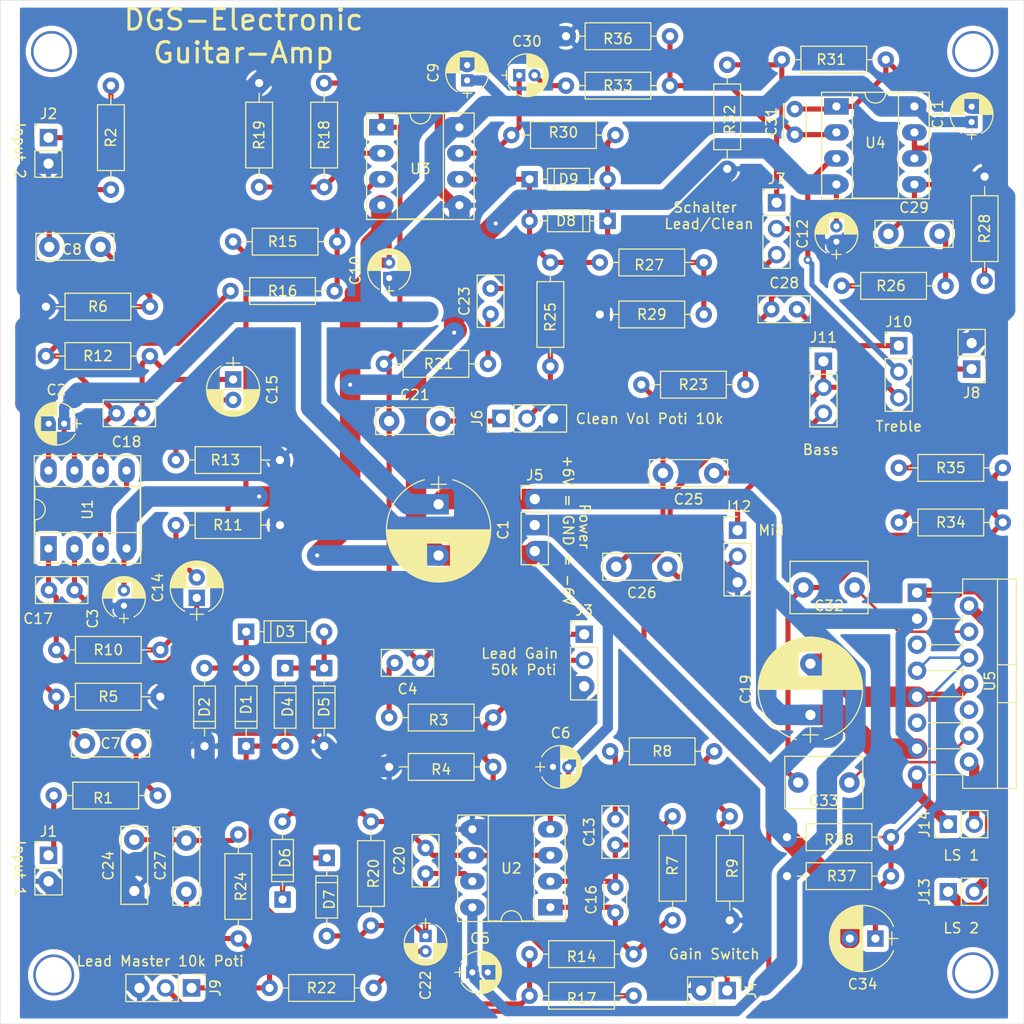
<source format=kicad_pcb>
(kicad_pcb (version 20171130) (host pcbnew 5.1.5-5.1.5)
  (layers (0 F.Cu signal) (31 B.Cu signal) (34 B.Paste user) (35 F.Paste user) (36 B.SilkS user) (37 F.SilkS user) (38 B.Mask user) (39 F.Mask user) (44 Edge.Cuts user))
  (net 0 "")
  (net 1 +6V)
  (net 2 -6V)
  (net 3 GND)
  (net 4 InputAmp-Out)
  (net 5 "Net-(C4-Pad2)")
  (net 6 "Net-(C7-Pad1)")
  (net 7 "Net-(C7-Pad2)")
  (net 8 "Net-(C8-Pad1)")
  (net 9 "Net-(C8-Pad2)")
  (net 10 "Net-(C13-Pad1)")
  (net 11 "Net-(C13-Pad2)")
  (net 12 "Net-(C14-Pad1)")
  (net 13 "Net-(C14-Pad2)")
  (net 14 "Net-(C15-Pad1)")
  (net 15 "Net-(C15-Pad2)")
  (net 16 "Net-(C16-Pad1)")
  (net 17 "Net-(C17-Pad2)")
  (net 18 "Net-(C18-Pad2)")
  (net 19 "Net-(C20-Pad1)")
  (net 20 "Net-(C20-Pad2)")
  (net 21 "Net-(C21-Pad2)")
  (net 22 "Net-(C22-Pad2)")
  (net 23 "Net-(C23-Pad1)")
  (net 24 "Net-(C23-Pad2)")
  (net 25 "Net-(C24-Pad1)")
  (net 26 "Net-(C25-Pad1)")
  (net 27 "Net-(C25-Pad2)")
  (net 28 "Net-(C26-Pad1)")
  (net 29 "Net-(C27-Pad1)")
  (net 30 "Net-(C28-Pad1)")
  (net 31 "Net-(C28-Pad2)")
  (net 32 "Net-(C29-Pad1)")
  (net 33 "Net-(C29-Pad2)")
  (net 34 "Net-(C30-Pad1)")
  (net 35 "Net-(C30-Pad2)")
  (net 36 "Net-(C31-Pad1)")
  (net 37 "Net-(C31-Pad2)")
  (net 38 "Net-(C32-Pad1)")
  (net 39 "Net-(C32-Pad2)")
  (net 40 "Net-(C33-Pad1)")
  (net 41 "Net-(C34-Pad1)")
  (net 42 "Net-(D1-Pad1)")
  (net 43 "Net-(D1-Pad2)")
  (net 44 "Net-(D3-Pad2)")
  (net 45 "Net-(D6-Pad1)")
  (net 46 "Net-(D8-Pad1)")
  (net 47 "Net-(D8-Pad2)")
  (net 48 "Net-(J1-Pad1)")
  (net 49 "Net-(J2-Pad1)")
  (net 50 "Net-(J3-Pad2)")
  (net 51 "Net-(J4-Pad1)")
  (net 52 "Net-(J7-Pad1)")
  (net 53 "Net-(J7-Pad3)")
  (net 54 "Net-(J8-Pad1)")
  (net 55 "Net-(J10-Pad2)")
  (net 56 "Net-(J11-Pad3)")
  (net 57 "Net-(J13-Pad1)")
  (net 58 "Net-(J13-Pad2)")
  (net 59 "Net-(J14-Pad1)")
  (net 60 "Net-(J14-Pad2)")
  (net 61 "Net-(R15-Pad1)")
  (net 62 "Net-(R18-Pad2)")
  (net 63 "Net-(R35-Pad2)")
  (net 64 "Net-(U5-Pad5)")
  (net 65 "Net-(U5-Pad10)")
  (net 66 "Net-(U5-Pad11)")
  (module Capacitors_THT:C_Disc_D5.0mm_W2.5mm_P2.50mm (layer F.Cu) (at 161.544 130.302 90)
    (fp_text reference C20 (at 1.25 -2.56 90) (layer F.SilkS))
    (fp_text value 220p)
    (pad 1 thru_hole circle (at 0 0 90) (size 1.6 1.6) (drill 0.8) (layers *.Cu *.Mask) (net 19 "Net-(C20-Pad1)"))
    (pad 2 thru_hole circle (at 2.5 0 90) (size 1.6 1.6) (drill 0.8) (layers *.Cu *.Mask) (net 20 "Net-(C20-Pad2)"))
  )
  (module Capacitors_THT:C_Disc_D5.0mm_W2.5mm_P2.50mm (layer F.Cu) (at 195.326 75.184)
    (fp_text reference C28 (at 1.25 -2.56) (layer F.SilkS))
    (fp_text value 470p)
    (pad 1 thru_hole circle (at 0 0) (size 1.6 1.6) (drill 0.8) (layers *.Cu *.Mask) (net 30 "Net-(C28-Pad1)"))
    (pad 2 thru_hole circle (at 2.5 0) (size 1.6 1.6) (drill 0.8) (layers *.Cu *.Mask) (net 31 "Net-(C28-Pad2)"))
  )
  (module Capacitors_THT:C_Disc_D5.0mm_W2.5mm_P2.50mm (layer F.Cu) (at 133.858 85.344 180)
    (fp_text reference C18 (at 1.524 -2.794) (layer F.SilkS))
    (fp_text value 470p)
    (pad 1 thru_hole circle (at 0 0 180) (size 1.6 1.6) (drill 0.8) (layers *.Cu *.Mask) (net 14 "Net-(C15-Pad1)"))
    (pad 2 thru_hole circle (at 2.5 0 180) (size 1.6 1.6) (drill 0.8) (layers *.Cu *.Mask) (net 18 "Net-(C18-Pad2)"))
  )
  (module Capacitors_THT:C_Disc_D5.0mm_W2.5mm_P2.50mm (layer F.Cu) (at 127.254 102.616 180)
    (fp_text reference C17 (at 3.556 -2.794) (layer F.SilkS))
    (fp_text value 470p)
    (pad 1 thru_hole circle (at 0 0 180) (size 1.6 1.6) (drill 0.8) (layers *.Cu *.Mask) (net 12 "Net-(C14-Pad1)"))
    (pad 2 thru_hole circle (at 2.5 0 180) (size 1.6 1.6) (drill 0.8) (layers *.Cu *.Mask) (net 17 "Net-(C17-Pad2)"))
  )
  (module Housings_DIP:DIP-8_W7.62mm_Socket_LongPads (layer F.Cu) (at 173.736 133.604 180)
    (fp_text reference U2 (at 3.81 3.81) (layer F.SilkS))
    (fp_text value LM358)
    (pad 1 thru_hole rect (at 0 0 180) (size 2.4 1.6) (drill 0.8) (layers *.Cu *.Mask) (net 16 "Net-(C16-Pad1)"))
    (pad 5 thru_hole oval (at 7.62 7.62 180) (size 2.4 1.6) (drill 0.8) (layers *.Cu *.Mask) (net 3 GND))
    (pad 2 thru_hole oval (at 0 2.54 180) (size 2.4 1.6) (drill 0.8) (layers *.Cu *.Mask) (net 10 "Net-(C13-Pad1)"))
    (pad 6 thru_hole oval (at 7.62 5.08 180) (size 2.4 1.6) (drill 0.8) (layers *.Cu *.Mask) (net 20 "Net-(C20-Pad2)"))
    (pad 3 thru_hole oval (at 0 5.08 180) (size 2.4 1.6) (drill 0.8) (layers *.Cu *.Mask) (net 50 "Net-(J3-Pad2)"))
    (pad 7 thru_hole oval (at 7.62 2.54 180) (size 2.4 1.6) (drill 0.8) (layers *.Cu *.Mask) (net 19 "Net-(C20-Pad1)"))
    (pad 4 thru_hole oval (at 0 7.62 180) (size 2.4 1.6) (drill 0.8) (layers *.Cu *.Mask) (net 2 -6V))
    (pad 8 thru_hole oval (at 7.62 0 180) (size 2.4 1.6) (drill 0.8) (layers *.Cu *.Mask) (net 1 +6V))
  )
  (module TO_SOT_Packages_THT:TO-220-15_Vertical_StaggeredType1 (layer F.Cu) (at 209.55 102.87 270)
    (fp_text reference U5 (at 8.636 -7.112 90) (layer F.SilkS))
    (fp_text value TDA7266)
    (pad 1 thru_hole rect (at 0 0 270) (size 1.8 1.8) (drill 1) (layers *.Cu *.Mask) (net 57 "Net-(J13-Pad1)"))
    (pad 2 thru_hole oval (at 1.27 -5.08 270) (size 1.8 1.8) (drill 1) (layers *.Cu *.Mask) (net 58 "Net-(J13-Pad2)"))
    (pad 3 thru_hole oval (at 2.54 0 270) (size 1.8 1.8) (drill 1) (layers *.Cu *.Mask) (net 1 +6V))
    (pad 4 thru_hole oval (at 3.81 -5.08 270) (size 1.8 1.8) (drill 1) (layers *.Cu *.Mask) (net 38 "Net-(C32-Pad1)"))
    (pad 5 thru_hole oval (at 5.08 0 270) (size 1.8 1.8) (drill 1) (layers *.Cu *.Mask) (net 64 "Net-(U5-Pad5)"))
    (pad 6 thru_hole oval (at 6.35 -5.08 270) (size 1.8 1.8) (drill 1) (layers *.Cu *.Mask) (net 41 "Net-(C34-Pad1)"))
    (pad 7 thru_hole oval (at 7.62 0 270) (size 1.8 1.8) (drill 1) (layers *.Cu *.Mask) (net 41 "Net-(C34-Pad1)"))
    (pad 8 thru_hole oval (at 8.89 -5.08 270) (size 1.8 1.8) (drill 1) (layers *.Cu *.Mask) (net 2 -6V))
    (pad 9 thru_hole oval (at 10.16 0 270) (size 1.8 1.8) (drill 1) (layers *.Cu *.Mask) (net 2 -6V))
    (pad 10 thru_hole oval (at 11.43 -5.08 270) (size 1.8 1.8) (drill 1) (layers *.Cu *.Mask) (net 65 "Net-(U5-Pad10)"))
    (pad 11 thru_hole oval (at 12.7 0 270) (size 1.8 1.8) (drill 1) (layers *.Cu *.Mask) (net 66 "Net-(U5-Pad11)"))
    (pad 12 thru_hole oval (at 13.97 -5.08 270) (size 1.8 1.8) (drill 1) (layers *.Cu *.Mask) (net 40 "Net-(C33-Pad1)"))
    (pad 13 thru_hole oval (at 15.24 0 270) (size 1.8 1.8) (drill 1) (layers *.Cu *.Mask) (net 1 +6V))
    (pad 14 thru_hole oval (at 16.51 -5.08 270) (size 1.8 1.8) (drill 1) (layers *.Cu *.Mask) (net 60 "Net-(J14-Pad2)"))
    (pad 15 thru_hole oval (at 17.78 0 270) (size 1.8 1.8) (drill 1) (layers *.Cu *.Mask) (net 59 "Net-(J14-Pad1)"))
  )
  (module Housings_DIP:DIP-8_W7.62mm_Socket_LongPads (layer F.Cu) (at 201.676 55.372)
    (fp_text reference U4 (at 3.81 3.556) (layer F.SilkS))
    (fp_text value LM358)
    (pad 1 thru_hole rect (at 0 0) (size 2.4 1.6) (drill 0.8) (layers *.Cu *.Mask) (net 36 "Net-(C31-Pad1)"))
    (pad 5 thru_hole oval (at 7.62 7.62) (size 2.4 1.6) (drill 0.8) (layers *.Cu *.Mask) (net 32 "Net-(C29-Pad1)"))
    (pad 2 thru_hole oval (at 0 2.54) (size 2.4 1.6) (drill 0.8) (layers *.Cu *.Mask) (net 37 "Net-(C31-Pad2)"))
    (pad 6 thru_hole oval (at 7.62 5.08) (size 2.4 1.6) (drill 0.8) (layers *.Cu *.Mask) (net 63 "Net-(R35-Pad2)"))
    (pad 3 thru_hole oval (at 0 5.08) (size 2.4 1.6) (drill 0.8) (layers *.Cu *.Mask) (net 55 "Net-(J10-Pad2)"))
    (pad 7 thru_hole oval (at 7.62 2.54) (size 2.4 1.6) (drill 0.8) (layers *.Cu *.Mask) (net 63 "Net-(R35-Pad2)"))
    (pad 4 thru_hole oval (at 0 7.62) (size 2.4 1.6) (drill 0.8) (layers *.Cu *.Mask) (net 2 -6V))
    (pad 8 thru_hole oval (at 7.62 0) (size 2.4 1.6) (drill 0.8) (layers *.Cu *.Mask) (net 1 +6V))
  )
  (module Housings_DIP:DIP-8_W7.62mm_Socket_LongPads (layer F.Cu) (at 157.226 57.404)
    (fp_text reference U3 (at 3.81 4.064) (layer F.SilkS))
    (fp_text value LM358)
    (pad 1 thru_hole rect (at 0 0) (size 2.4 1.6) (drill 0.8) (layers *.Cu *.Mask) (net 4 InputAmp-Out))
    (pad 5 thru_hole oval (at 7.62 7.62) (size 2.4 1.6) (drill 0.8) (layers *.Cu *.Mask) (net 3 GND))
    (pad 2 thru_hole oval (at 0 2.54) (size 2.4 1.6) (drill 0.8) (layers *.Cu *.Mask) (net 62 "Net-(R18-Pad2)"))
    (pad 6 thru_hole oval (at 7.62 5.08) (size 2.4 1.6) (drill 0.8) (layers *.Cu *.Mask) (net 47 "Net-(D8-Pad2)"))
    (pad 3 thru_hole oval (at 0 5.08) (size 2.4 1.6) (drill 0.8) (layers *.Cu *.Mask) (net 61 "Net-(R15-Pad1)"))
    (pad 7 thru_hole oval (at 7.62 2.54) (size 2.4 1.6) (drill 0.8) (layers *.Cu *.Mask) (net 34 "Net-(C30-Pad1)"))
    (pad 4 thru_hole oval (at 0 7.62) (size 2.4 1.6) (drill 0.8) (layers *.Cu *.Mask) (net 2 -6V))
    (pad 8 thru_hole oval (at 7.62 0) (size 2.4 1.6) (drill 0.8) (layers *.Cu *.Mask) (net 1 +6V))
  )
  (module Housings_DIP:DIP-8_W7.62mm_Socket_LongPads (layer F.Cu) (at 124.714 98.552 90)
    (fp_text reference U1 (at 3.81 3.81 90) (layer F.SilkS))
    (fp_text value LM358)
    (pad 1 thru_hole rect (at 0 0 90) (size 2.4 1.6) (drill 0.8) (layers *.Cu *.Mask) (net 17 "Net-(C17-Pad2)"))
    (pad 5 thru_hole oval (at 7.62 7.62 90) (size 2.4 1.6) (drill 0.8) (layers *.Cu *.Mask) (net 8 "Net-(C8-Pad1)"))
    (pad 2 thru_hole oval (at 0 2.54 90) (size 2.4 1.6) (drill 0.8) (layers *.Cu *.Mask) (net 12 "Net-(C14-Pad1)"))
    (pad 6 thru_hole oval (at 7.62 5.08 90) (size 2.4 1.6) (drill 0.8) (layers *.Cu *.Mask) (net 14 "Net-(C15-Pad1)"))
    (pad 3 thru_hole oval (at 0 5.08 90) (size 2.4 1.6) (drill 0.8) (layers *.Cu *.Mask) (net 6 "Net-(C7-Pad1)"))
    (pad 7 thru_hole oval (at 7.62 2.54 90) (size 2.4 1.6) (drill 0.8) (layers *.Cu *.Mask) (net 18 "Net-(C18-Pad2)"))
    (pad 4 thru_hole oval (at 0 7.62 90) (size 2.4 1.6) (drill 0.8) (layers *.Cu *.Mask) (net 2 -6V))
    (pad 8 thru_hole oval (at 7.62 0 90) (size 2.4 1.6) (drill 0.8) (layers *.Cu *.Mask) (net 1 +6V))
  )
  (module Resistors_THT:R_Axial_DIN0207_L6.3mm_D2.5mm_P10.16mm_Horizontal (layer F.Cu) (at 207.01 126.746 180)
    (fp_text reference R38 (at 5.08 -0.254) (layer F.SilkS))
    (fp_text value 47k)
    (pad 1 thru_hole circle (at 0 0 180) (size 1.6 1.6) (drill 0.8) (layers *.Cu *.Mask) (net 41 "Net-(C34-Pad1)"))
    (pad 2 thru_hole oval (at 10.16 0 180) (size 1.6 1.6) (drill 0.8) (layers *.Cu *.Mask) (net 2 -6V))
  )
  (module Resistors_THT:R_Axial_DIN0207_L6.3mm_D2.5mm_P10.16mm_Horizontal (layer F.Cu) (at 196.85 130.556)
    (fp_text reference R37 (at 5.334 0) (layer F.SilkS))
    (fp_text value 47k)
    (pad 1 thru_hole circle (at 0 0) (size 1.6 1.6) (drill 0.8) (layers *.Cu *.Mask) (net 1 +6V))
    (pad 2 thru_hole oval (at 10.16 0) (size 1.6 1.6) (drill 0.8) (layers *.Cu *.Mask) (net 41 "Net-(C34-Pad1)"))
  )
  (module Resistors_THT:R_Axial_DIN0207_L6.3mm_D2.5mm_P10.16mm_Horizontal (layer F.Cu) (at 175.26 48.514)
    (fp_text reference R36 (at 5.08 0.254) (layer F.SilkS))
    (fp_text value 1k)
    (pad 1 thru_hole circle (at 0 0) (size 1.6 1.6) (drill 0.8) (layers *.Cu *.Mask) (net 3 GND))
    (pad 2 thru_hole oval (at 10.16 0) (size 1.6 1.6) (drill 0.8) (layers *.Cu *.Mask) (net 52 "Net-(J7-Pad1)"))
  )
  (module Resistors_THT:R_Axial_DIN0207_L6.3mm_D2.5mm_P10.16mm_Horizontal (layer F.Cu) (at 217.932 90.678 180)
    (fp_text reference R35 (at 5.08 0) (layer F.SilkS))
    (fp_text value 10k)
    (pad 1 thru_hole circle (at 0 0 180) (size 1.6 1.6) (drill 0.8) (layers *.Cu *.Mask) (net 39 "Net-(C32-Pad2)"))
    (pad 2 thru_hole oval (at 10.16 0 180) (size 1.6 1.6) (drill 0.8) (layers *.Cu *.Mask) (net 63 "Net-(R35-Pad2)"))
  )
  (module Resistors_THT:R_Axial_DIN0207_L6.3mm_D2.5mm_P10.16mm_Horizontal (layer F.Cu) (at 207.772 96.012)
    (fp_text reference R34 (at 5.08 0) (layer F.SilkS))
    (fp_text value 10k)
    (pad 1 thru_hole circle (at 0 0) (size 1.6 1.6) (drill 0.8) (layers *.Cu *.Mask) (net 36 "Net-(C31-Pad1)"))
    (pad 2 thru_hole oval (at 10.16 0) (size 1.6 1.6) (drill 0.8) (layers *.Cu *.Mask) (net 39 "Net-(C32-Pad2)"))
  )
  (module Resistors_THT:R_Axial_DIN0207_L6.3mm_D2.5mm_P10.16mm_Horizontal (layer F.Cu) (at 185.42 53.34 180)
    (fp_text reference R33 (at 5.08 0) (layer F.SilkS))
    (fp_text value 2k2)
    (pad 1 thru_hole circle (at 0 0 180) (size 1.6 1.6) (drill 0.8) (layers *.Cu *.Mask) (net 52 "Net-(J7-Pad1)"))
    (pad 2 thru_hole oval (at 10.16 0 180) (size 1.6 1.6) (drill 0.8) (layers *.Cu *.Mask) (net 35 "Net-(C30-Pad2)"))
  )
  (module Resistors_THT:R_Axial_DIN0207_L6.3mm_D2.5mm_P10.16mm_Horizontal (layer F.Cu) (at 191.008 51.308 270)
    (fp_text reference R32 (at 5.334 -0.254 90) (layer F.SilkS))
    (fp_text value 4k7)
    (pad 1 thru_hole circle (at 0 0 270) (size 1.6 1.6) (drill 0.8) (layers *.Cu *.Mask) (net 37 "Net-(C31-Pad2)"))
    (pad 2 thru_hole oval (at 10.16 0 270) (size 1.6 1.6) (drill 0.8) (layers *.Cu *.Mask) (net 3 GND))
  )
  (module Resistors_THT:R_Axial_DIN0207_L6.3mm_D2.5mm_P10.16mm_Horizontal (layer F.Cu) (at 206.502 50.8 180)
    (fp_text reference R31 (at 5.334 0) (layer F.SilkS))
    (fp_text value 81k)
    (pad 1 thru_hole circle (at 0 0 180) (size 1.6 1.6) (drill 0.8) (layers *.Cu *.Mask) (net 36 "Net-(C31-Pad1)"))
    (pad 2 thru_hole oval (at 10.16 0 180) (size 1.6 1.6) (drill 0.8) (layers *.Cu *.Mask) (net 37 "Net-(C31-Pad2)"))
  )
  (module Resistors_THT:R_Axial_DIN0207_L6.3mm_D2.5mm_P10.16mm_Horizontal (layer F.Cu) (at 180.086 58.166 180)
    (fp_text reference R30 (at 5.08 0.254) (layer F.SilkS))
    (fp_text value 3k3)
    (pad 1 thru_hole circle (at 0 0 180) (size 1.6 1.6) (drill 0.8) (layers *.Cu *.Mask) (net 46 "Net-(D8-Pad1)"))
    (pad 2 thru_hole oval (at 10.16 0 180) (size 1.6 1.6) (drill 0.8) (layers *.Cu *.Mask) (net 34 "Net-(C30-Pad1)"))
  )
  (module Resistors_THT:R_Axial_DIN0207_L6.3mm_D2.5mm_P10.16mm_Horizontal (layer F.Cu) (at 178.562 75.692)
    (fp_text reference R29 (at 5.08 0) (layer F.SilkS))
    (fp_text value 180R)
    (pad 1 thru_hole circle (at 0 0) (size 1.6 1.6) (drill 0.8) (layers *.Cu *.Mask) (net 3 GND))
    (pad 2 thru_hole oval (at 10.16 0) (size 1.6 1.6) (drill 0.8) (layers *.Cu *.Mask) (net 46 "Net-(D8-Pad1)"))
  )
  (module Resistors_THT:R_Axial_DIN0207_L6.3mm_D2.5mm_P10.16mm_Horizontal (layer F.Cu) (at 216.154 72.39 90)
    (fp_text reference R28 (at 5.08 0 90) (layer F.SilkS))
    (fp_text value 1M)
    (pad 1 thru_hole circle (at 0 0 90) (size 1.6 1.6) (drill 0.8) (layers *.Cu *.Mask) (net 32 "Net-(C29-Pad1)"))
    (pad 2 thru_hole oval (at 10.16 0 90) (size 1.6 1.6) (drill 0.8) (layers *.Cu *.Mask) (net 3 GND))
  )
  (module Resistors_THT:R_Axial_DIN0207_L6.3mm_D2.5mm_P10.16mm_Horizontal (layer F.Cu) (at 188.722 70.612 180)
    (fp_text reference R27 (at 5.334 -0.254) (layer F.SilkS))
    (fp_text value 39k)
    (pad 1 thru_hole circle (at 0 0 180) (size 1.6 1.6) (drill 0.8) (layers *.Cu *.Mask) (net 46 "Net-(D8-Pad1)"))
    (pad 2 thru_hole oval (at 10.16 0 180) (size 1.6 1.6) (drill 0.8) (layers *.Cu *.Mask) (net 47 "Net-(D8-Pad2)"))
  )
  (module Resistors_THT:R_Axial_DIN0207_L6.3mm_D2.5mm_P10.16mm_Horizontal (layer F.Cu) (at 212.344 72.898 180)
    (fp_text reference R26 (at 5.334 0) (layer F.SilkS))
    (fp_text value 220R)
    (pad 1 thru_hole circle (at 0 0 180) (size 1.6 1.6) (drill 0.8) (layers *.Cu *.Mask) (net 33 "Net-(C29-Pad2)"))
    (pad 2 thru_hole oval (at 10.16 0 180) (size 1.6 1.6) (drill 0.8) (layers *.Cu *.Mask) (net 54 "Net-(J8-Pad1)"))
  )
  (module Resistors_THT:R_Axial_DIN0207_L6.3mm_D2.5mm_P10.16mm_Horizontal (layer F.Cu) (at 173.736 70.612 270)
    (fp_text reference R25 (at 5.334 0 90) (layer F.SilkS))
    (fp_text value 56k)
    (pad 1 thru_hole circle (at 0 0 270) (size 1.6 1.6) (drill 0.8) (layers *.Cu *.Mask) (net 47 "Net-(D8-Pad2)"))
    (pad 2 thru_hole oval (at 10.16 0 270) (size 1.6 1.6) (drill 0.8) (layers *.Cu *.Mask) (net 24 "Net-(C23-Pad2)"))
  )
  (module Resistors_THT:R_Axial_DIN0207_L6.3mm_D2.5mm_P10.16mm_Horizontal (layer F.Cu) (at 143.256 136.652 90)
    (fp_text reference R24 (at 5.08 0.254 90) (layer F.SilkS))
    (fp_text value 470R)
    (pad 1 thru_hole circle (at 0 0 90) (size 1.6 1.6) (drill 0.8) (layers *.Cu *.Mask) (net 29 "Net-(C27-Pad1)"))
    (pad 2 thru_hole oval (at 10.16 0 90) (size 1.6 1.6) (drill 0.8) (layers *.Cu *.Mask) (net 25 "Net-(C24-Pad1)"))
  )
  (module Resistors_THT:R_Axial_DIN0207_L6.3mm_D2.5mm_P10.16mm_Horizontal (layer F.Cu) (at 192.786 82.55 180)
    (fp_text reference R23 (at 5.08 0) (layer F.SilkS))
    (fp_text value 33k)
    (pad 1 thru_hole circle (at 0 0 180) (size 1.6 1.6) (drill 0.8) (layers *.Cu *.Mask) (net 30 "Net-(C28-Pad1)"))
    (pad 2 thru_hole oval (at 10.16 0 180) (size 1.6 1.6) (drill 0.8) (layers *.Cu *.Mask) (net 27 "Net-(C25-Pad2)"))
  )
  (module Resistors_THT:R_Axial_DIN0207_L6.3mm_D2.5mm_P10.16mm_Horizontal (layer F.Cu) (at 146.304 141.478)
    (fp_text reference R22 (at 5.08 0) (layer F.SilkS))
    (fp_text value 2k2)
    (pad 1 thru_hole circle (at 0 0) (size 1.6 1.6) (drill 0.8) (layers *.Cu *.Mask) (net 29 "Net-(C27-Pad1)"))
    (pad 2 thru_hole oval (at 10.16 0) (size 1.6 1.6) (drill 0.8) (layers *.Cu *.Mask) (net 22 "Net-(C22-Pad2)"))
  )
  (module Resistors_THT:R_Axial_DIN0207_L6.3mm_D2.5mm_P10.16mm_Horizontal (layer F.Cu) (at 157.48 80.518)
    (fp_text reference R21 (at 5.334 0) (layer F.SilkS))
    (fp_text value 470R)
    (pad 1 thru_hole circle (at 0 0) (size 1.6 1.6) (drill 0.8) (layers *.Cu *.Mask) (net 4 InputAmp-Out))
    (pad 2 thru_hole oval (at 10.16 0) (size 1.6 1.6) (drill 0.8) (layers *.Cu *.Mask) (net 23 "Net-(C23-Pad1)"))
  )
  (module Resistors_THT:R_Axial_DIN0207_L6.3mm_D2.5mm_P10.16mm_Horizontal (layer F.Cu) (at 156.21 135.382 90)
    (fp_text reference R20 (at 5.08 0.254 90) (layer F.SilkS))
    (fp_text value 150k)
    (pad 1 thru_hole circle (at 0 0 90) (size 1.6 1.6) (drill 0.8) (layers *.Cu *.Mask) (net 19 "Net-(C20-Pad1)"))
    (pad 2 thru_hole oval (at 10.16 0 90) (size 1.6 1.6) (drill 0.8) (layers *.Cu *.Mask) (net 20 "Net-(C20-Pad2)"))
  )
  (module Resistors_THT:R_Axial_DIN0207_L6.3mm_D2.5mm_P10.16mm_Horizontal (layer F.Cu) (at 145.288 63.246 90)
    (fp_text reference R19 (at 5.08 0 90) (layer F.SilkS))
    (fp_text value 10k)
    (pad 1 thru_hole circle (at 0 0 90) (size 1.6 1.6) (drill 0.8) (layers *.Cu *.Mask) (net 62 "Net-(R18-Pad2)"))
    (pad 2 thru_hole oval (at 10.16 0 90) (size 1.6 1.6) (drill 0.8) (layers *.Cu *.Mask) (net 3 GND))
  )
  (module Resistors_THT:R_Axial_DIN0207_L6.3mm_D2.5mm_P10.16mm_Horizontal (layer F.Cu) (at 151.638 53.086 270)
    (fp_text reference R18 (at 5.08 0 90) (layer F.SilkS))
    (fp_text value 10k)
    (pad 1 thru_hole circle (at 0 0 270) (size 1.6 1.6) (drill 0.8) (layers *.Cu *.Mask) (net 4 InputAmp-Out))
    (pad 2 thru_hole oval (at 10.16 0 270) (size 1.6 1.6) (drill 0.8) (layers *.Cu *.Mask) (net 62 "Net-(R18-Pad2)"))
  )
  (module Resistors_THT:R_Axial_DIN0207_L6.3mm_D2.5mm_P10.16mm_Horizontal (layer F.Cu) (at 181.864 142.24 180)
    (fp_text reference R17 (at 5.08 -0.254) (layer F.SilkS))
    (fp_text value 47k)
    (pad 1 thru_hole circle (at 0 0 180) (size 1.6 1.6) (drill 0.8) (layers *.Cu *.Mask) (net 20 "Net-(C20-Pad2)"))
    (pad 2 thru_hole oval (at 10.16 0 180) (size 1.6 1.6) (drill 0.8) (layers *.Cu *.Mask) (net 42 "Net-(D1-Pad1)"))
  )
  (module Resistors_THT:R_Axial_DIN0207_L6.3mm_D2.5mm_P10.16mm_Horizontal (layer F.Cu) (at 152.654 73.406 180)
    (fp_text reference R16 (at 5.08 0) (layer F.SilkS))
    (fp_text value 10k)
    (pad 1 thru_hole circle (at 0 0 180) (size 1.6 1.6) (drill 0.8) (layers *.Cu *.Mask) (net 61 "Net-(R15-Pad1)"))
    (pad 2 thru_hole oval (at 10.16 0 180) (size 1.6 1.6) (drill 0.8) (layers *.Cu *.Mask) (net 18 "Net-(C18-Pad2)"))
  )
  (module Resistors_THT:R_Axial_DIN0207_L6.3mm_D2.5mm_P10.16mm_Horizontal (layer F.Cu) (at 152.908 68.58 180)
    (fp_text reference R15 (at 5.334 0) (layer F.SilkS))
    (fp_text value 10k)
    (pad 1 thru_hole circle (at 0 0 180) (size 1.6 1.6) (drill 0.8) (layers *.Cu *.Mask) (net 61 "Net-(R15-Pad1)"))
    (pad 2 thru_hole oval (at 10.16 0 180) (size 1.6 1.6) (drill 0.8) (layers *.Cu *.Mask) (net 17 "Net-(C17-Pad2)"))
  )
  (module Resistors_THT:R_Axial_DIN0207_L6.3mm_D2.5mm_P10.16mm_Horizontal (layer F.Cu) (at 171.704 138.176)
    (fp_text reference R14 (at 5.08 0.254) (layer F.SilkS))
    (fp_text value 10k)
    (pad 1 thru_hole circle (at 0 0) (size 1.6 1.6) (drill 0.8) (layers *.Cu *.Mask) (net 42 "Net-(D1-Pad1)"))
    (pad 2 thru_hole oval (at 10.16 0) (size 1.6 1.6) (drill 0.8) (layers *.Cu *.Mask) (net 16 "Net-(C16-Pad1)"))
  )
  (module Resistors_THT:R_Axial_DIN0207_L6.3mm_D2.5mm_P10.16mm_Horizontal (layer F.Cu) (at 147.32 89.916 180)
    (fp_text reference R13 (at 5.334 0) (layer F.SilkS))
    (fp_text value 470R)
    (pad 1 thru_hole circle (at 0 0 180) (size 1.6 1.6) (drill 0.8) (layers *.Cu *.Mask) (net 3 GND))
    (pad 2 thru_hole oval (at 10.16 0 180) (size 1.6 1.6) (drill 0.8) (layers *.Cu *.Mask) (net 15 "Net-(C15-Pad2)"))
  )
  (module Resistors_THT:R_Axial_DIN0207_L6.3mm_D2.5mm_P10.16mm_Horizontal (layer F.Cu) (at 134.62 79.756 180)
    (fp_text reference R12 (at 5.08 0) (layer F.SilkS))
    (fp_text value 3k3)
    (pad 1 thru_hole circle (at 0 0 180) (size 1.6 1.6) (drill 0.8) (layers *.Cu *.Mask) (net 14 "Net-(C15-Pad1)"))
    (pad 2 thru_hole oval (at 10.16 0 180) (size 1.6 1.6) (drill 0.8) (layers *.Cu *.Mask) (net 18 "Net-(C18-Pad2)"))
  )
  (module Resistors_THT:R_Axial_DIN0207_L6.3mm_D2.5mm_P10.16mm_Horizontal (layer F.Cu) (at 147.32 96.266 180)
    (fp_text reference R11 (at 5.08 0) (layer F.SilkS))
    (fp_text value 470R)
    (pad 1 thru_hole circle (at 0 0 180) (size 1.6 1.6) (drill 0.8) (layers *.Cu *.Mask) (net 3 GND))
    (pad 2 thru_hole oval (at 10.16 0 180) (size 1.6 1.6) (drill 0.8) (layers *.Cu *.Mask) (net 13 "Net-(C14-Pad2)"))
  )
  (module Resistors_THT:R_Axial_DIN0207_L6.3mm_D2.5mm_P10.16mm_Horizontal (layer F.Cu) (at 135.636 108.458 180)
    (fp_text reference R10 (at 5.08 0) (layer F.SilkS))
    (fp_text value 3k3)
    (pad 1 thru_hole circle (at 0 0 180) (size 1.6 1.6) (drill 0.8) (layers *.Cu *.Mask) (net 12 "Net-(C14-Pad1)"))
    (pad 2 thru_hole oval (at 10.16 0 180) (size 1.6 1.6) (drill 0.8) (layers *.Cu *.Mask) (net 17 "Net-(C17-Pad2)"))
  )
  (module Resistors_THT:R_Axial_DIN0207_L6.3mm_D2.5mm_P10.16mm_Horizontal (layer F.Cu) (at 191.262 124.714 270)
    (fp_text reference R9 (at 5.08 -0.254 90) (layer F.SilkS))
    (fp_text value 150k)
    (pad 1 thru_hole circle (at 0 0 270) (size 1.6 1.6) (drill 0.8) (layers *.Cu *.Mask) (net 51 "Net-(J4-Pad1)"))
    (pad 2 thru_hole oval (at 10.16 0 270) (size 1.6 1.6) (drill 0.8) (layers *.Cu *.Mask) (net 3 GND))
  )
  (module Resistors_THT:R_Axial_DIN0207_L6.3mm_D2.5mm_P10.16mm_Horizontal (layer F.Cu) (at 179.578 118.364)
    (fp_text reference R8 (at 5.08 0) (layer F.SilkS))
    (fp_text value 470)
    (pad 1 thru_hole circle (at 0 0) (size 1.6 1.6) (drill 0.8) (layers *.Cu *.Mask) (net 11 "Net-(C13-Pad2)"))
    (pad 2 thru_hole oval (at 10.16 0) (size 1.6 1.6) (drill 0.8) (layers *.Cu *.Mask) (net 51 "Net-(J4-Pad1)"))
  )
  (module Resistors_THT:R_Axial_DIN0207_L6.3mm_D2.5mm_P10.16mm_Horizontal (layer F.Cu) (at 185.674 134.874 90)
    (fp_text reference R7 (at 5.334 0 90) (layer F.SilkS))
    (fp_text value 180k)
    (pad 1 thru_hole circle (at 0 0 90) (size 1.6 1.6) (drill 0.8) (layers *.Cu *.Mask) (net 16 "Net-(C16-Pad1)"))
    (pad 2 thru_hole oval (at 10.16 0 90) (size 1.6 1.6) (drill 0.8) (layers *.Cu *.Mask) (net 10 "Net-(C13-Pad1)"))
  )
  (module Resistors_THT:R_Axial_DIN0207_L6.3mm_D2.5mm_P10.16mm_Horizontal (layer F.Cu) (at 134.62 74.93 180)
    (fp_text reference R6 (at 5.08 0) (layer F.SilkS))
    (fp_text value 1M)
    (pad 1 thru_hole circle (at 0 0 180) (size 1.6 1.6) (drill 0.8) (layers *.Cu *.Mask) (net 8 "Net-(C8-Pad1)"))
    (pad 2 thru_hole oval (at 10.16 0 180) (size 1.6 1.6) (drill 0.8) (layers *.Cu *.Mask) (net 3 GND))
  )
  (module Resistors_THT:R_Axial_DIN0207_L6.3mm_D2.5mm_P10.16mm_Horizontal (layer F.Cu) (at 125.476 113.03)
    (fp_text reference R5 (at 5.08 0) (layer F.SilkS))
    (fp_text value 1M)
    (pad 1 thru_hole circle (at 0 0) (size 1.6 1.6) (drill 0.8) (layers *.Cu *.Mask) (net 6 "Net-(C7-Pad1)"))
    (pad 2 thru_hole oval (at 10.16 0) (size 1.6 1.6) (drill 0.8) (layers *.Cu *.Mask) (net 3 GND))
  )
  (module Resistors_THT:R_Axial_DIN0207_L6.3mm_D2.5mm_P10.16mm_Horizontal (layer F.Cu) (at 168.148 119.888 180)
    (fp_text reference R4 (at 5.08 -0.254) (layer F.SilkS))
    (fp_text value 22k)
    (pad 1 thru_hole circle (at 0 0 180) (size 1.6 1.6) (drill 0.8) (layers *.Cu *.Mask) (net 50 "Net-(J3-Pad2)"))
    (pad 2 thru_hole oval (at 10.16 0 180) (size 1.6 1.6) (drill 0.8) (layers *.Cu *.Mask) (net 3 GND))
  )
  (module Resistors_THT:R_Axial_DIN0207_L6.3mm_D2.5mm_P10.16mm_Horizontal (layer F.Cu) (at 157.988 115.062)
    (fp_text reference R3 (at 4.826 0.254) (layer F.SilkS))
    (fp_text value 3k3)
    (pad 1 thru_hole circle (at 0 0) (size 1.6 1.6) (drill 0.8) (layers *.Cu *.Mask) (net 5 "Net-(C4-Pad2)"))
    (pad 2 thru_hole oval (at 10.16 0) (size 1.6 1.6) (drill 0.8) (layers *.Cu *.Mask) (net 50 "Net-(J3-Pad2)"))
  )
  (module Resistors_THT:R_Axial_DIN0207_L6.3mm_D2.5mm_P10.16mm_Horizontal (layer F.Cu) (at 130.81 63.5 90)
    (fp_text reference R2 (at 5.08 0 90) (layer F.SilkS))
    (fp_text value 220R)
    (pad 1 thru_hole circle (at 0 0 90) (size 1.6 1.6) (drill 0.8) (layers *.Cu *.Mask) (net 9 "Net-(C8-Pad2)"))
    (pad 2 thru_hole oval (at 10.16 0 90) (size 1.6 1.6) (drill 0.8) (layers *.Cu *.Mask) (net 49 "Net-(J2-Pad1)"))
  )
  (module Resistors_THT:R_Axial_DIN0207_L6.3mm_D2.5mm_P10.16mm_Horizontal (layer F.Cu) (at 135.382 122.682 180)
    (fp_text reference R1 (at 5.334 -0.254) (layer F.SilkS))
    (fp_text value 220R)
    (pad 1 thru_hole circle (at 0 0 180) (size 1.6 1.6) (drill 0.8) (layers *.Cu *.Mask) (net 7 "Net-(C7-Pad2)"))
    (pad 2 thru_hole oval (at 10.16 0 180) (size 1.6 1.6) (drill 0.8) (layers *.Cu *.Mask) (net 48 "Net-(J1-Pad1)"))
  )
  (module Pin_Headers:Pin_Header_Straight_1x02_Pitch2.54mm (layer F.Cu) (at 212.598 125.476 90)
    (fp_text reference J14 (at 0 -2.33 90) (layer F.SilkS))
    (fp_text value Conn_01x02)
    (pad 1 thru_hole rect (at 0 0 90) (size 1.7 1.7) (drill 1) (layers *.Cu *.Mask) (net 59 "Net-(J14-Pad1)"))
    (pad 2 thru_hole oval (at 0 2.54 90) (size 1.7 1.7) (drill 1) (layers *.Cu *.Mask) (net 60 "Net-(J14-Pad2)"))
  )
  (module Pin_Headers:Pin_Header_Straight_1x02_Pitch2.54mm (layer F.Cu) (at 212.598 132.08 90)
    (fp_text reference J13 (at 0 -2.33 90) (layer F.SilkS))
    (fp_text value Conn_01x02)
    (pad 1 thru_hole rect (at 0 0 90) (size 1.7 1.7) (drill 1) (layers *.Cu *.Mask) (net 57 "Net-(J13-Pad1)"))
    (pad 2 thru_hole oval (at 0 2.54 90) (size 1.7 1.7) (drill 1) (layers *.Cu *.Mask) (net 58 "Net-(J13-Pad2)"))
  )
  (module Pin_Headers:Pin_Header_Straight_1x03_Pitch2.54mm (layer F.Cu) (at 192.024 96.774)
    (fp_text reference J12 (at 0 -2.33) (layer F.SilkS))
    (fp_text value Conn_01x03)
    (pad 1 thru_hole rect (at 0 0) (size 1.7 1.7) (drill 1) (layers *.Cu *.Mask) (net 56 "Net-(J11-Pad3)"))
    (pad 2 thru_hole oval (at 0 2.54) (size 1.7 1.7) (drill 1) (layers *.Cu *.Mask) (net 28 "Net-(C26-Pad1)"))
    (pad 3 thru_hole oval (at 0 5.08) (size 1.7 1.7) (drill 1) (layers *.Cu *.Mask) (net 3 GND))
  )
  (module Pin_Headers:Pin_Header_Straight_1x03_Pitch2.54mm (layer F.Cu) (at 200.406 80.264)
    (fp_text reference J11 (at 0 -2.33) (layer F.SilkS))
    (fp_text value Conn_01x03)
    (pad 1 thru_hole rect (at 0 0) (size 1.7 1.7) (drill 1) (layers *.Cu *.Mask) (net 26 "Net-(C25-Pad1)"))
    (pad 2 thru_hole oval (at 0 2.54) (size 1.7 1.7) (drill 1) (layers *.Cu *.Mask) (net 26 "Net-(C25-Pad1)"))
    (pad 3 thru_hole oval (at 0 5.08) (size 1.7 1.7) (drill 1) (layers *.Cu *.Mask) (net 56 "Net-(J11-Pad3)"))
  )
  (module Pin_Headers:Pin_Header_Straight_1x03_Pitch2.54mm (layer F.Cu) (at 207.772 78.74)
    (fp_text reference J10 (at 0 -2.33) (layer F.SilkS))
    (fp_text value Conn_01x03)
    (pad 1 thru_hole rect (at 0 0) (size 1.7 1.7) (drill 1) (layers *.Cu *.Mask) (net 31 "Net-(C28-Pad2)"))
    (pad 2 thru_hole oval (at 0 2.54) (size 1.7 1.7) (drill 1) (layers *.Cu *.Mask) (net 55 "Net-(J10-Pad2)"))
    (pad 3 thru_hole oval (at 0 5.08) (size 1.7 1.7) (drill 1) (layers *.Cu *.Mask) (net 26 "Net-(C25-Pad1)"))
  )
  (module Pin_Headers:Pin_Header_Straight_1x03_Pitch2.54mm (layer F.Cu) (at 138.684 141.478 270)
    (fp_text reference J9 (at 0 -2.33 90) (layer F.SilkS))
    (fp_text value Conn_01x03)
    (pad 1 thru_hole rect (at 0 0 270) (size 1.7 1.7) (drill 1) (layers *.Cu *.Mask) (net 29 "Net-(C27-Pad1)"))
    (pad 2 thru_hole oval (at 0 2.54 270) (size 1.7 1.7) (drill 1) (layers *.Cu *.Mask) (net 53 "Net-(J7-Pad3)"))
    (pad 3 thru_hole oval (at 0 5.08 270) (size 1.7 1.7) (drill 1) (layers *.Cu *.Mask) (net 3 GND))
  )
  (module Pin_Headers:Pin_Header_Straight_1x02_Pitch2.54mm (layer F.Cu) (at 214.884 81.026 180)
    (fp_text reference J8 (at 0 -2.33) (layer F.SilkS))
    (fp_text value Conn_01x02)
    (pad 1 thru_hole rect (at 0 0 180) (size 1.7 1.7) (drill 1) (layers *.Cu *.Mask) (net 54 "Net-(J8-Pad1)"))
    (pad 2 thru_hole oval (at 0 2.54 180) (size 1.7 1.7) (drill 1) (layers *.Cu *.Mask) (net 3 GND))
  )
  (module Pin_Headers:Pin_Header_Straight_1x03_Pitch2.54mm (layer F.Cu) (at 195.834 64.77)
    (fp_text reference J7 (at 0 -2.33) (layer F.SilkS))
    (fp_text value Conn_01x03)
    (pad 1 thru_hole rect (at 0 0) (size 1.7 1.7) (drill 1) (layers *.Cu *.Mask) (net 52 "Net-(J7-Pad1)"))
    (pad 2 thru_hole oval (at 0 2.54) (size 1.7 1.7) (drill 1) (layers *.Cu *.Mask) (net 30 "Net-(C28-Pad1)"))
    (pad 3 thru_hole oval (at 0 5.08) (size 1.7 1.7) (drill 1) (layers *.Cu *.Mask) (net 53 "Net-(J7-Pad3)"))
  )
  (module Pin_Headers:Pin_Header_Straight_1x03_Pitch2.54mm (layer F.Cu) (at 168.91 85.852 90)
    (fp_text reference J6 (at 0 -2.33 90) (layer F.SilkS))
    (fp_text value Conn_01x03)
    (pad 1 thru_hole rect (at 0 0 90) (size 1.7 1.7) (drill 1) (layers *.Cu *.Mask) (net 21 "Net-(C21-Pad2)"))
    (pad 2 thru_hole oval (at 0 2.54 90) (size 1.7 1.7) (drill 1) (layers *.Cu *.Mask) (net 24 "Net-(C23-Pad2)"))
    (pad 3 thru_hole oval (at 0 5.08 90) (size 1.7 1.7) (drill 1) (layers *.Cu *.Mask) (net 3 GND))
  )
  (module Pin_Headers:Pin_Header_Straight_1x03_Pitch2.54mm (layer F.Cu) (at 172.212 93.726)
    (fp_text reference J5 (at 0 -2.33) (layer F.SilkS))
    (fp_text value Conn_01x03)
    (pad 1 thru_hole rect (at 0 0) (size 1.7 1.7) (drill 1) (layers *.Cu *.Mask) (net 1 +6V))
    (pad 2 thru_hole oval (at 0 2.54) (size 1.7 1.7) (drill 1) (layers *.Cu *.Mask) (net 3 GND))
    (pad 3 thru_hole oval (at 0 5.08) (size 1.7 1.7) (drill 1) (layers *.Cu *.Mask) (net 2 -6V))
  )
  (module Pin_Headers:Pin_Header_Straight_1x02_Pitch2.54mm (layer F.Cu) (at 191.008 141.732 270)
    (fp_text reference J4 (at 0 -2.33 90) (layer F.SilkS))
    (fp_text value Conn_01x02)
    (pad 1 thru_hole rect (at 0 0 270) (size 1.7 1.7) (drill 1) (layers *.Cu *.Mask) (net 51 "Net-(J4-Pad1)"))
    (pad 2 thru_hole oval (at 0 2.54 270) (size 1.7 1.7) (drill 1) (layers *.Cu *.Mask) (net 3 GND))
  )
  (module Pin_Headers:Pin_Header_Straight_1x03_Pitch2.54mm (layer F.Cu) (at 177.038 106.934)
    (fp_text reference J3 (at 0 -2.33) (layer F.SilkS))
    (fp_text value Conn_01x03)
    (pad 1 thru_hole rect (at 0 0) (size 1.7 1.7) (drill 1) (layers *.Cu *.Mask) (net 4 InputAmp-Out))
    (pad 2 thru_hole oval (at 0 2.54) (size 1.7 1.7) (drill 1) (layers *.Cu *.Mask) (net 50 "Net-(J3-Pad2)"))
    (pad 3 thru_hole oval (at 0 5.08) (size 1.7 1.7) (drill 1) (layers *.Cu *.Mask) (net 3 GND))
  )
  (module Pin_Headers:Pin_Header_Straight_1x02_Pitch2.54mm (layer F.Cu) (at 124.714 58.42)
    (fp_text reference J2 (at 0 -2.33) (layer F.SilkS))
    (fp_text value Conn_01x02)
    (pad 1 thru_hole rect (at 0 0) (size 1.7 1.7) (drill 1) (layers *.Cu *.Mask) (net 49 "Net-(J2-Pad1)"))
    (pad 2 thru_hole oval (at 0 2.54) (size 1.7 1.7) (drill 1) (layers *.Cu *.Mask) (net 3 GND))
  )
  (module Pin_Headers:Pin_Header_Straight_1x02_Pitch2.54mm (layer F.Cu) (at 124.714 128.524)
    (fp_text reference J1 (at 0 -2.33) (layer F.SilkS))
    (fp_text value Conn_01x02)
    (pad 1 thru_hole rect (at 0 0) (size 1.7 1.7) (drill 1) (layers *.Cu *.Mask) (net 48 "Net-(J1-Pad1)"))
    (pad 2 thru_hole oval (at 0 2.54) (size 1.7 1.7) (drill 1) (layers *.Cu *.Mask) (net 3 GND))
  )
  (module Diodes_THT:D_DO-35_SOD27_P7.62mm_Horizontal (layer F.Cu) (at 171.704 62.484)
    (fp_text reference D9 (at 3.81 0) (layer F.SilkS))
    (fp_text value 1N4148)
    (pad 1 thru_hole rect (at 0 0) (size 1.6 1.6) (drill 0.8) (layers *.Cu *.Mask) (net 47 "Net-(D8-Pad2)"))
    (pad 2 thru_hole oval (at 7.62 0) (size 1.6 1.6) (drill 0.8) (layers *.Cu *.Mask) (net 46 "Net-(D8-Pad1)"))
  )
  (module Diodes_THT:D_DO-35_SOD27_P7.62mm_Horizontal (layer F.Cu) (at 179.324 66.548 180)
    (fp_text reference D8 (at 4.064 0) (layer F.SilkS))
    (fp_text value 1N4148)
    (pad 1 thru_hole rect (at 0 0 180) (size 1.6 1.6) (drill 0.8) (layers *.Cu *.Mask) (net 46 "Net-(D8-Pad1)"))
    (pad 2 thru_hole oval (at 7.62 0 180) (size 1.6 1.6) (drill 0.8) (layers *.Cu *.Mask) (net 47 "Net-(D8-Pad2)"))
  )
  (module Diodes_THT:D_DO-35_SOD27_P7.62mm_Horizontal (layer F.Cu) (at 151.892 128.778 270)
    (fp_text reference D7 (at 4.064 -0.254 90) (layer F.SilkS))
    (fp_text value 1N53xxB)
    (pad 1 thru_hole rect (at 0 0 270) (size 1.6 1.6) (drill 0.8) (layers *.Cu *.Mask) (net 45 "Net-(D6-Pad1)"))
    (pad 2 thru_hole oval (at 7.62 0 270) (size 1.6 1.6) (drill 0.8) (layers *.Cu *.Mask) (net 19 "Net-(C20-Pad1)"))
  )
  (module Diodes_THT:D_DO-35_SOD27_P7.62mm_Horizontal (layer F.Cu) (at 147.574 132.842 90)
    (fp_text reference D6 (at 4.064 0.254 90) (layer F.SilkS))
    (fp_text value 1N53xxB)
    (pad 1 thru_hole rect (at 0 0 90) (size 1.6 1.6) (drill 0.8) (layers *.Cu *.Mask) (net 45 "Net-(D6-Pad1)"))
    (pad 2 thru_hole oval (at 7.62 0 90) (size 1.6 1.6) (drill 0.8) (layers *.Cu *.Mask) (net 20 "Net-(C20-Pad2)"))
  )
  (module Diodes_THT:D_DO-35_SOD27_P7.62mm_Horizontal (layer F.Cu) (at 151.638 110.236 270)
    (fp_text reference D5 (at 3.81 0 90) (layer F.SilkS))
    (fp_text value 1N4148)
    (pad 1 thru_hole rect (at 0 0 270) (size 1.6 1.6) (drill 0.8) (layers *.Cu *.Mask) (net 44 "Net-(D3-Pad2)"))
    (pad 2 thru_hole oval (at 7.62 0 270) (size 1.6 1.6) (drill 0.8) (layers *.Cu *.Mask) (net 3 GND))
  )
  (module Diodes_THT:D_DO-35_SOD27_P7.62mm_Horizontal (layer F.Cu) (at 147.828 110.236 270)
    (fp_text reference D4 (at 3.81 -0.254 90) (layer F.SilkS))
    (fp_text value 1N4148)
    (pad 1 thru_hole rect (at 0 0 270) (size 1.6 1.6) (drill 0.8) (layers *.Cu *.Mask) (net 44 "Net-(D3-Pad2)"))
    (pad 2 thru_hole oval (at 7.62 0 270) (size 1.6 1.6) (drill 0.8) (layers *.Cu *.Mask) (net 42 "Net-(D1-Pad1)"))
  )
  (module Diodes_THT:D_DO-35_SOD27_P7.62mm_Horizontal (layer F.Cu) (at 144.018 106.68)
    (fp_text reference D3 (at 3.81 0) (layer F.SilkS))
    (fp_text value 1N4148)
    (pad 1 thru_hole rect (at 0 0) (size 1.6 1.6) (drill 0.8) (layers *.Cu *.Mask) (net 43 "Net-(D1-Pad2)"))
    (pad 2 thru_hole oval (at 7.62 0) (size 1.6 1.6) (drill 0.8) (layers *.Cu *.Mask) (net 44 "Net-(D3-Pad2)"))
  )
  (module Diodes_THT:D_DO-35_SOD27_P7.62mm_Horizontal (layer F.Cu) (at 139.954 117.856 90)
    (fp_text reference D2 (at 3.81 0 90) (layer F.SilkS))
    (fp_text value 1N4148)
    (pad 1 thru_hole rect (at 0 0 90) (size 1.6 1.6) (drill 0.8) (layers *.Cu *.Mask) (net 3 GND))
    (pad 2 thru_hole oval (at 7.62 0 90) (size 1.6 1.6) (drill 0.8) (layers *.Cu *.Mask) (net 43 "Net-(D1-Pad2)"))
  )
  (module Diodes_THT:D_DO-35_SOD27_P7.62mm_Horizontal (layer F.Cu) (at 144.018 117.856 90)
    (fp_text reference D1 (at 4.064 0 90) (layer F.SilkS))
    (fp_text value 1N4148)
    (pad 1 thru_hole rect (at 0 0 90) (size 1.6 1.6) (drill 0.8) (layers *.Cu *.Mask) (net 42 "Net-(D1-Pad1)"))
    (pad 2 thru_hole oval (at 7.62 0 90) (size 1.6 1.6) (drill 0.8) (layers *.Cu *.Mask) (net 43 "Net-(D1-Pad2)"))
  )
  (module Capacitors_THT:CP_Radial_D6.3mm_P2.50mm (layer F.Cu) (at 205.486 136.652 180)
    (fp_text reference C34 (at 1.25 -4.46) (layer F.SilkS))
    (fp_text value 10u)
    (pad 1 thru_hole rect (at 0 0 180) (size 1.6 1.6) (drill 0.8) (layers *.Cu *.Mask) (net 41 "Net-(C34-Pad1)"))
    (pad 2 thru_hole circle (at 2.5 0 180) (size 1.6 1.6) (drill 0.8) (layers *.Cu *.Mask) (net 2 -6V))
  )
  (module Capacitors_THT:C_Disc_D7.5mm_W5.0mm_P5.00mm (layer F.Cu) (at 202.946 121.412 180)
    (fp_text reference C33 (at 2.5 -1.778) (layer F.SilkS))
    (fp_text value 220n)
    (pad 1 thru_hole circle (at 0 0 180) (size 2 2) (drill 1) (layers *.Cu *.Mask) (net 40 "Net-(C33-Pad1)"))
    (pad 2 thru_hole circle (at 5 0 180) (size 2 2) (drill 1) (layers *.Cu *.Mask) (net 39 "Net-(C32-Pad2)"))
  )
  (module Capacitors_THT:C_Disc_D7.5mm_W5.0mm_P5.00mm (layer F.Cu) (at 203.454 102.362 180)
    (fp_text reference C32 (at 2.5 -1.778) (layer F.SilkS))
    (fp_text value 220n)
    (pad 1 thru_hole circle (at 0 0 180) (size 2 2) (drill 1) (layers *.Cu *.Mask) (net 38 "Net-(C32-Pad1)"))
    (pad 2 thru_hole circle (at 5 0 180) (size 2 2) (drill 1) (layers *.Cu *.Mask) (net 39 "Net-(C32-Pad2)"))
  )
  (module Capacitors_THT:C_Disc_D3.4mm_W2.1mm_P2.50mm (layer F.Cu) (at 197.612 55.626 270)
    (fp_text reference C31 (at 1.25 2.286 90) (layer F.SilkS))
    (fp_text value 81p)
    (pad 1 thru_hole circle (at 0 0 270) (size 1.6 1.6) (drill 0.8) (layers *.Cu *.Mask) (net 36 "Net-(C31-Pad1)"))
    (pad 2 thru_hole circle (at 2.5 0 270) (size 1.6 1.6) (drill 0.8) (layers *.Cu *.Mask) (net 37 "Net-(C31-Pad2)"))
  )
  (module Capacitors_THT:CP_Radial_D4.0mm_P1.50mm (layer F.Cu) (at 170.688 52.324)
    (fp_text reference C30 (at 0.75 -3.31) (layer F.SilkS))
    (fp_text value 4u7)
    (pad 1 thru_hole rect (at 0 0) (size 1.2 1.2) (drill 0.6) (layers *.Cu *.Mask) (net 34 "Net-(C30-Pad1)"))
    (pad 2 thru_hole circle (at 1.5 0) (size 1.2 1.2) (drill 0.6) (layers *.Cu *.Mask) (net 35 "Net-(C30-Pad2)"))
  )
  (module Capacitors_THT:C_Disc_D7.5mm_W2.5mm_P5.00mm (layer F.Cu) (at 206.756 67.818)
    (fp_text reference C29 (at 2.5 -2.56) (layer F.SilkS))
    (fp_text value 15n)
    (pad 1 thru_hole circle (at 0 0) (size 2 2) (drill 1) (layers *.Cu *.Mask) (net 32 "Net-(C29-Pad1)"))
    (pad 2 thru_hole circle (at 5 0) (size 2 2) (drill 1) (layers *.Cu *.Mask) (net 33 "Net-(C29-Pad2)"))
  )
  (module Capacitors_THT:C_Disc_D7.5mm_W2.5mm_P5.00mm (layer F.Cu) (at 138.176 132.08 90)
    (fp_text reference C27 (at 2.54 -2.54 90) (layer F.SilkS))
    (fp_text value 47n)
    (pad 1 thru_hole circle (at 0 0 90) (size 2 2) (drill 1) (layers *.Cu *.Mask) (net 29 "Net-(C27-Pad1)"))
    (pad 2 thru_hole circle (at 5 0 90) (size 2 2) (drill 1) (layers *.Cu *.Mask) (net 25 "Net-(C24-Pad1)"))
  )
  (module Capacitors_THT:C_Disc_D7.5mm_W2.5mm_P5.00mm (layer F.Cu) (at 185.166 100.33 180)
    (fp_text reference C26 (at 2.5 -2.56) (layer F.SilkS))
    (fp_text value 22n)
    (pad 1 thru_hole circle (at 0 0 180) (size 2 2) (drill 1) (layers *.Cu *.Mask) (net 28 "Net-(C26-Pad1)"))
    (pad 2 thru_hole circle (at 5 0 180) (size 2 2) (drill 1) (layers *.Cu *.Mask) (net 27 "Net-(C25-Pad2)"))
  )
  (module Capacitors_THT:C_Disc_D7.5mm_W2.5mm_P5.00mm (layer F.Cu) (at 189.738 91.186 180)
    (fp_text reference C25 (at 2.5 -2.56) (layer F.SilkS))
    (fp_text value 22n)
    (pad 1 thru_hole circle (at 0 0 180) (size 2 2) (drill 1) (layers *.Cu *.Mask) (net 26 "Net-(C25-Pad1)"))
    (pad 2 thru_hole circle (at 5 0 180) (size 2 2) (drill 1) (layers *.Cu *.Mask) (net 27 "Net-(C25-Pad2)"))
  )
  (module Capacitors_THT:C_Disc_D7.5mm_W2.5mm_P5.00mm (layer F.Cu) (at 133.096 127 270)
    (fp_text reference C24 (at 2.54 2.54 90) (layer F.SilkS))
    (fp_text value 150n)
    (pad 1 thru_hole circle (at 0 0 270) (size 2 2) (drill 1) (layers *.Cu *.Mask) (net 25 "Net-(C24-Pad1)"))
    (pad 2 thru_hole circle (at 5 0 270) (size 2 2) (drill 1) (layers *.Cu *.Mask) (net 3 GND))
  )
  (module Capacitors_THT:C_Disc_D5.0mm_W2.5mm_P2.50mm (layer F.Cu) (at 167.894 75.652 90)
    (fp_text reference C23 (at 1.25 -2.56 90) (layer F.SilkS))
    (fp_text value 3n3)
    (pad 1 thru_hole circle (at 0 0 90) (size 1.6 1.6) (drill 0.8) (layers *.Cu *.Mask) (net 23 "Net-(C23-Pad1)"))
    (pad 2 thru_hole circle (at 2.5 0 90) (size 1.6 1.6) (drill 0.8) (layers *.Cu *.Mask) (net 24 "Net-(C23-Pad2)"))
  )
  (module Capacitors_THT:CP_Radial_D4.0mm_P1.50mm (layer F.Cu) (at 161.544 136.398 270)
    (fp_text reference C22 (at 4.826 0 90) (layer F.SilkS))
    (fp_text value 4u7)
    (pad 1 thru_hole rect (at 0 0 270) (size 1.2 1.2) (drill 0.6) (layers *.Cu *.Mask) (net 19 "Net-(C20-Pad1)"))
    (pad 2 thru_hole circle (at 1.5 0 270) (size 1.2 1.2) (drill 0.6) (layers *.Cu *.Mask) (net 22 "Net-(C22-Pad2)"))
  )
  (module Capacitors_THT:C_Disc_D7.5mm_W2.5mm_P5.00mm (layer F.Cu) (at 157.988 86.106)
    (fp_text reference C21 (at 2.5 -2.56) (layer F.SilkS))
    (fp_text value 100n)
    (pad 1 thru_hole circle (at 0 0) (size 2 2) (drill 1) (layers *.Cu *.Mask) (net 4 InputAmp-Out))
    (pad 2 thru_hole circle (at 5 0) (size 2 2) (drill 1) (layers *.Cu *.Mask) (net 21 "Net-(C21-Pad2)"))
  )
  (module Capacitors_THT:CP_Radial_D10.0mm_P5.00mm (layer F.Cu) (at 199.136 114.808 90)
    (fp_text reference C19 (at 2.5 -6.31 90) (layer F.SilkS))
    (fp_text value 470u)
    (pad 1 thru_hole rect (at 0 0 90) (size 2 2) (drill 1) (layers *.Cu *.Mask) (net 1 +6V))
    (pad 2 thru_hole circle (at 5 0 90) (size 2 2) (drill 1) (layers *.Cu *.Mask) (net 2 -6V))
  )
  (module Capacitors_THT:C_Disc_D3.4mm_W2.1mm_P2.50mm (layer F.Cu) (at 180.086 134.112 90)
    (fp_text reference C16 (at 1.25 -2.36 90) (layer F.SilkS))
    (fp_text value 22p)
    (pad 1 thru_hole circle (at 0 0 90) (size 1.6 1.6) (drill 0.8) (layers *.Cu *.Mask) (net 16 "Net-(C16-Pad1)"))
    (pad 2 thru_hole circle (at 2.5 0 90) (size 1.6 1.6) (drill 0.8) (layers *.Cu *.Mask) (net 10 "Net-(C13-Pad1)"))
  )
  (module Capacitors_THT:CP_Radial_D5.0mm_P2.00mm (layer F.Cu) (at 142.748 82.042 270)
    (fp_text reference C15 (at 1 -3.81 90) (layer F.SilkS))
    (fp_text value 47u)
    (pad 1 thru_hole rect (at 0 0 270) (size 1.6 1.6) (drill 0.8) (layers *.Cu *.Mask) (net 14 "Net-(C15-Pad1)"))
    (pad 2 thru_hole circle (at 2 0 270) (size 1.6 1.6) (drill 0.8) (layers *.Cu *.Mask) (net 15 "Net-(C15-Pad2)"))
  )
  (module Capacitors_THT:CP_Radial_D5.0mm_P2.00mm (layer F.Cu) (at 139.192 103.378 90)
    (fp_text reference C14 (at 1 -3.81 90) (layer F.SilkS))
    (fp_text value 47u)
    (pad 1 thru_hole rect (at 0 0 90) (size 1.6 1.6) (drill 0.8) (layers *.Cu *.Mask) (net 12 "Net-(C14-Pad1)"))
    (pad 2 thru_hole circle (at 2 0 90) (size 1.6 1.6) (drill 0.8) (layers *.Cu *.Mask) (net 13 "Net-(C14-Pad2)"))
  )
  (module Capacitors_THT:C_Disc_D5.0mm_W2.5mm_P2.50mm (layer F.Cu) (at 180.086 127.508 90)
    (fp_text reference C13 (at 1.25 -2.56 90) (layer F.SilkS))
    (fp_text value 1u)
    (pad 1 thru_hole circle (at 0 0 90) (size 1.6 1.6) (drill 0.8) (layers *.Cu *.Mask) (net 10 "Net-(C13-Pad1)"))
    (pad 2 thru_hole circle (at 2.5 0 90) (size 1.6 1.6) (drill 0.8) (layers *.Cu *.Mask) (net 11 "Net-(C13-Pad2)"))
  )
  (module Capacitors_THT:CP_Radial_D4.0mm_P1.50mm (layer F.Cu) (at 201.676 68.58 90)
    (fp_text reference C12 (at 0.75 -3.31 90) (layer F.SilkS))
    (fp_text value 4u7)
    (pad 1 thru_hole rect (at 0 0 90) (size 1.2 1.2) (drill 0.6) (layers *.Cu *.Mask) (net 3 GND))
    (pad 2 thru_hole circle (at 1.5 0 90) (size 1.2 1.2) (drill 0.6) (layers *.Cu *.Mask) (net 2 -6V))
  )
  (module Capacitors_THT:CP_Radial_D4.0mm_P1.50mm (layer F.Cu) (at 214.884 56.896 90)
    (fp_text reference C11 (at 0.75 -3.31 90) (layer F.SilkS))
    (fp_text value 4u7)
    (pad 1 thru_hole rect (at 0 0 90) (size 1.2 1.2) (drill 0.6) (layers *.Cu *.Mask) (net 1 +6V))
    (pad 2 thru_hole circle (at 1.5 0 90) (size 1.2 1.2) (drill 0.6) (layers *.Cu *.Mask) (net 3 GND))
  )
  (module Capacitors_THT:CP_Radial_D4.0mm_P1.50mm (layer F.Cu) (at 157.988 72.136 90)
    (fp_text reference C10 (at 0.75 -3.31 90) (layer F.SilkS))
    (fp_text value 4u7)
    (pad 1 thru_hole rect (at 0 0 90) (size 1.2 1.2) (drill 0.6) (layers *.Cu *.Mask) (net 3 GND))
    (pad 2 thru_hole circle (at 1.5 0 90) (size 1.2 1.2) (drill 0.6) (layers *.Cu *.Mask) (net 2 -6V))
  )
  (module Capacitors_THT:CP_Radial_D4.0mm_P1.50mm (layer F.Cu) (at 165.608 52.832 90)
    (fp_text reference C9 (at 0.75 -3.31 90) (layer F.SilkS))
    (fp_text value 4u7)
    (pad 1 thru_hole rect (at 0 0 90) (size 1.2 1.2) (drill 0.6) (layers *.Cu *.Mask) (net 1 +6V))
    (pad 2 thru_hole circle (at 1.5 0 90) (size 1.2 1.2) (drill 0.6) (layers *.Cu *.Mask) (net 3 GND))
  )
  (module Capacitors_THT:C_Disc_D7.5mm_W2.5mm_P5.00mm (layer F.Cu) (at 129.794 69.088 180)
    (fp_text reference C8 (at 2.794 -0.254) (layer F.SilkS))
    (fp_text value 15n)
    (pad 1 thru_hole circle (at 0 0 180) (size 2 2) (drill 1) (layers *.Cu *.Mask) (net 8 "Net-(C8-Pad1)"))
    (pad 2 thru_hole circle (at 5 0 180) (size 2 2) (drill 1) (layers *.Cu *.Mask) (net 9 "Net-(C8-Pad2)"))
  )
  (module Capacitors_THT:C_Disc_D7.5mm_W2.5mm_P5.00mm (layer F.Cu) (at 128.27 117.602)
    (fp_text reference C7 (at 2.5 0) (layer F.SilkS))
    (fp_text value 15n)
    (pad 1 thru_hole circle (at 0 0) (size 2 2) (drill 1) (layers *.Cu *.Mask) (net 6 "Net-(C7-Pad1)"))
    (pad 2 thru_hole circle (at 5 0) (size 2 2) (drill 1) (layers *.Cu *.Mask) (net 7 "Net-(C7-Pad2)"))
  )
  (module Capacitors_THT:CP_Radial_D4.0mm_P1.50mm (layer F.Cu) (at 173.99 119.888)
    (fp_text reference C6 (at 0.75 -3.31) (layer F.SilkS))
    (fp_text value 4u7)
    (pad 1 thru_hole rect (at 0 0) (size 1.2 1.2) (drill 0.6) (layers *.Cu *.Mask) (net 3 GND))
    (pad 2 thru_hole circle (at 1.5 0) (size 1.2 1.2) (drill 0.6) (layers *.Cu *.Mask) (net 2 -6V))
  )
  (module Capacitors_THT:CP_Radial_D4.0mm_P1.50mm (layer F.Cu) (at 166.116 139.954)
    (fp_text reference C5 (at 0.75 -3.31) (layer F.SilkS))
    (fp_text value 4u7)
    (pad 1 thru_hole rect (at 0 0) (size 1.2 1.2) (drill 0.6) (layers *.Cu *.Mask) (net 1 +6V))
    (pad 2 thru_hole circle (at 1.5 0) (size 1.2 1.2) (drill 0.6) (layers *.Cu *.Mask) (net 3 GND))
  )
  (module Capacitors_THT:C_Disc_D5.0mm_W2.5mm_P2.50mm (layer F.Cu) (at 161.036 109.728 180)
    (fp_text reference C4 (at 1.25 -2.56) (layer F.SilkS))
    (fp_text value 4n7)
    (pad 1 thru_hole circle (at 0 0 180) (size 1.6 1.6) (drill 0.8) (layers *.Cu *.Mask) (net 4 InputAmp-Out))
    (pad 2 thru_hole circle (at 2.5 0 180) (size 1.6 1.6) (drill 0.8) (layers *.Cu *.Mask) (net 5 "Net-(C4-Pad2)"))
  )
  (module Capacitors_THT:CP_Radial_D4.0mm_P1.50mm (layer F.Cu) (at 132.08 104.14 90)
    (fp_text reference C3 (at -1.27 -3.048 90) (layer F.SilkS))
    (fp_text value 4u7)
    (pad 1 thru_hole rect (at 0 0 90) (size 1.2 1.2) (drill 0.6) (layers *.Cu *.Mask) (net 3 GND))
    (pad 2 thru_hole circle (at 1.5 0 90) (size 1.2 1.2) (drill 0.6) (layers *.Cu *.Mask) (net 2 -6V))
  )
  (module Capacitors_THT:CP_Radial_D4.0mm_P1.50mm (layer F.Cu) (at 126.238 86.36 180)
    (fp_text reference C2 (at 0.75 3.302) (layer F.SilkS))
    (fp_text value 4u7)
    (pad 1 thru_hole rect (at 0 0 180) (size 1.2 1.2) (drill 0.6) (layers *.Cu *.Mask) (net 1 +6V))
    (pad 2 thru_hole circle (at 1.5 0 180) (size 1.2 1.2) (drill 0.6) (layers *.Cu *.Mask) (net 3 GND))
  )
  (module Capacitors_THT:CP_Radial_D10.0mm_P5.00mm (layer F.Cu) (at 162.814 94.234 270)
    (fp_text reference C1 (at 2.5 -6.31 90) (layer F.SilkS))
    (fp_text value 470u)
    (pad 1 thru_hole rect (at 0 0 270) (size 2 2) (drill 1) (layers *.Cu *.Mask) (net 1 +6V))
    (pad 2 thru_hole circle (at 5 0 270) (size 2 2) (drill 1) (layers *.Cu *.Mask) (net 2 -6V))
  )
  (gr_text "DGS-Electronic\nGuitar-Amp" (at 143.764 48.514) (layer F.SilkS) (effects (font (size 2 2) (thickness 0.3))))
  (gr_text "Power \n+6V = GND = -6V" (at 176.276 96.774 270) (layer F.SilkS) (effects (font (size 1 1))))
  (gr_text "LS 2" (at 213.868 135.636) (layer F.SilkS) (effects (font (size 1 1))))
  (gr_text "LS 1" (at 213.868 128.524) (layer F.SilkS) (effects (font (size 1 1))))
  (gr_text Mid (at 195.326 96.774) (layer F.SilkS) (effects (font (size 1 1))))
  (gr_text Bass (at 200.152 88.9) (layer F.SilkS) (effects (font (size 1 1))))
  (gr_text Treble (at 207.772 86.614) (layer F.SilkS) (effects (font (size 1 1))))
  (gr_text "Schalter \nLead/Clean" (at 189.23 66.04) (layer F.SilkS) (effects (font (size 1 1))))
  (gr_text "Lead Master 10k Poti" (at 135.63 138.86) (layer F.SilkS) (effects (font (size 1 1))))
  (gr_text "Gain Switch" (at 189.738 138.176) (layer F.SilkS) (effects (font (size 1 1))))
  (gr_text "Lead Gain \n50k Poti" (at 171.13 109.61) (layer F.SilkS) (effects (font (size 1 1))))
  (gr_text "Clean Vol Poti 10k" (at 183.43 85.88) (layer F.SilkS) (effects (font (size 1 1))))
  (gr_text "Input 2" (at 121.92 59.69 270) (layer F.SilkS) (effects (font (size 1 1))))
  (gr_text "Input 1\n" (at 121.92 129.794 270) (layer F.SilkS) (effects (font (size 1 1))))
  (gr_line (start 120 145) (end 120 45) (layer Edge.Cuts) (width 0.05))
  (gr_line (start 220 145) (end 120 145) (layer Edge.Cuts) (width 0.05))
  (gr_line (start 220 45) (end 220 145) (layer Edge.Cuts) (width 0.05))
  (gr_line (start 120 45) (end 220 45) (layer Edge.Cuts) (width 0.05))
  (via (at 125 50) (size 4) (drill 3.5) (layers F.Cu B.Cu) (net 0))
  (via (at 125.222 140.208) (size 4) (drill 3.5) (layers F.Cu B.Cu) (net 0))
  (via (at 215 140) (size 4) (drill 3.5) (layers F.Cu B.Cu) (net 0))
  (via (at 215 50) (size 4) (drill 3.5) (layers F.Cu B.Cu) (net 0))
  (segment (start 126.238 87.708) (end 126.238 86.36) (width 0.5) (layer F.Cu) (net 1))
  (segment (start 124.714 90.932) (end 124.714 89.232) (width 0.5) (layer F.Cu) (net 1))
  (segment (start 124.714 89.232) (end 126.238 87.708) (width 0.5) (layer F.Cu) (net 1))
  (segment (start 169.477999 143.740001) (end 191.960001 143.740001) (width 1) (layer B.Cu) (net 1))
  (segment (start 166.315999 140.578001) (end 169.477999 143.740001) (width 1) (layer B.Cu) (net 1))
  (segment (start 166.315999 140.153999) (end 166.315999 140.578001) (width 1) (layer B.Cu) (net 1))
  (segment (start 166.116 139.954) (end 166.315999 140.153999) (width 1) (layer B.Cu) (net 1))
  (segment (start 208.650001 106.309999) (end 209.55 105.41) (width 1) (layer B.Cu) (net 1))
  (segment (start 207.949999 107.010001) (end 208.650001 106.309999) (width 1) (layer B.Cu) (net 1))
  (segment (start 207.949999 116.509999) (end 207.949999 107.010001) (width 1) (layer B.Cu) (net 1))
  (segment (start 209.55 118.11) (end 207.949999 116.509999) (width 1) (layer B.Cu) (net 1))
  (segment (start 126.238 84.76) (end 127.154001 83.843999) (width 1) (layer B.Cu) (net 1))
  (segment (start 126.238 86.36) (end 126.238 84.76) (width 1) (layer B.Cu) (net 1))
  (segment (start 205.595999 53.871999) (end 207.096 55.372) (width 1) (layer B.Cu) (net 1))
  (segment (start 197.145999 53.871999) (end 205.595999 53.871999) (width 1) (layer B.Cu) (net 1))
  (segment (start 196.111999 54.905999) (end 197.145999 53.871999) (width 1) (layer B.Cu) (net 1))
  (segment (start 169.281999 54.905999) (end 196.111999 54.905999) (width 1) (layer B.Cu) (net 1))
  (segment (start 167.208 52.832) (end 169.281999 54.905999) (width 1) (layer B.Cu) (net 1))
  (segment (start 207.096 55.372) (end 209.296 55.372) (width 1) (layer B.Cu) (net 1))
  (segment (start 165.608 52.832) (end 167.208 52.832) (width 1) (layer B.Cu) (net 1))
  (segment (start 163.322 93.726) (end 162.814 94.234) (width 2) (layer F.Cu) (net 1))
  (segment (start 172.212 93.726) (end 163.322 93.726) (width 2) (layer F.Cu) (net 1))
  (segment (start 162.814 94.234) (end 159.814 94.234) (width 2) (layer B.Cu) (net 1))
  (segment (start 164.157559 57.404) (end 164.846 57.404) (width 2) (layer B.Cu) (net 1))
  (segment (start 162.44599 63.032451) (end 162.44599 59.115569) (width 2) (layer B.Cu) (net 1))
  (segment (start 156.187999 69.290442) (end 162.44599 63.032451) (width 2) (layer B.Cu) (net 1))
  (segment (start 156.187999 73.979997) (end 156.187999 69.290442) (width 2) (layer B.Cu) (net 1))
  (segment (start 162.44599 59.115569) (end 164.157559 57.404) (width 2) (layer B.Cu) (net 1))
  (segment (start 157.646002 75.438) (end 156.187999 73.979997) (width 2) (layer B.Cu) (net 1))
  (segment (start 161.798 75.438) (end 157.646002 75.438) (width 2) (layer B.Cu) (net 1))
  (segment (start 134.588001 83.343999) (end 127.654001 83.343999) (width 2) (layer B.Cu) (net 1))
  (segment (start 127.654001 83.343999) (end 127.154001 83.843999) (width 2) (layer B.Cu) (net 1))
  (segment (start 142.494 75.438) (end 134.588001 83.343999) (width 2) (layer B.Cu) (net 1))
  (segment (start 204.095999 53.371999) (end 206.096 55.372) (width 2) (layer B.Cu) (net 1))
  (segment (start 194.937997 55.340001) (end 196.905999 53.371999) (width 2) (layer B.Cu) (net 1))
  (segment (start 167.309999 55.340001) (end 194.937997 55.340001) (width 2) (layer B.Cu) (net 1))
  (segment (start 196.905999 53.371999) (end 204.095999 53.371999) (width 2) (layer B.Cu) (net 1))
  (segment (start 165.246 57.404) (end 167.309999 55.340001) (width 2) (layer B.Cu) (net 1))
  (segment (start 206.096 55.372) (end 209.296 55.372) (width 2) (layer B.Cu) (net 1))
  (segment (start 164.846 57.404) (end 165.246 57.404) (width 2) (layer B.Cu) (net 1))
  (segment (start 210.82 56.896) (end 209.296 55.372) (width 1) (layer B.Cu) (net 1))
  (segment (start 214.884 56.896) (end 210.82 56.896) (width 1) (layer B.Cu) (net 1))
  (segment (start 166.116 139.954) (end 166.116 133.604) (width 1) (layer B.Cu) (net 1))
  (segment (start 196.136 114.808) (end 199.136 114.808) (width 2) (layer B.Cu) (net 1))
  (segment (start 194.818 95.707998) (end 194.818 113.49) (width 2) (layer B.Cu) (net 1))
  (segment (start 194.818 113.49) (end 196.136 114.808) (width 2) (layer B.Cu) (net 1))
  (segment (start 192.836002 93.726) (end 194.818 95.707998) (width 2) (layer B.Cu) (net 1))
  (segment (start 172.212 93.726) (end 192.836002 93.726) (width 2) (layer B.Cu) (net 1))
  (segment (start 194.818 101.982002) (end 194.818 95.707998) (width 2) (layer B.Cu) (net 1))
  (segment (start 198.245998 105.41) (end 194.818 101.982002) (width 2) (layer B.Cu) (net 1))
  (segment (start 209.55 105.41) (end 198.245998 105.41) (width 2) (layer B.Cu) (net 1))
  (segment (start 203.536011 110.700013) (end 198.245998 105.41) (width 2) (layer B.Cu) (net 1))
  (segment (start 203.536011 117.679274) (end 203.536011 110.700013) (width 2) (layer B.Cu) (net 1))
  (segment (start 200.745999 120.469286) (end 203.536011 117.679274) (width 2) (layer B.Cu) (net 1))
  (segment (start 200.745999 126.660001) (end 200.745999 120.469286) (width 2) (layer B.Cu) (net 1))
  (segment (start 196.85 130.556) (end 200.745999 126.660001) (width 2) (layer B.Cu) (net 1))
  (segment (start 196.85 138.938) (end 194.564 141.224) (width 2) (layer B.Cu) (net 1))
  (segment (start 196.85 130.556) (end 196.85 138.938) (width 2) (layer B.Cu) (net 1))
  (segment (start 191.960001 143.740001) (end 194.564 141.224) (width 1) (layer B.Cu) (net 1))
  (segment (start 205.427989 118.099989) (end 209.55 118.099989) (width 2) (layer F.Cu) (net 1))
  (segment (start 199.136 114.808) (end 202.136 114.808) (width 2) (layer F.Cu) (net 1))
  (segment (start 202.136 114.808) (end 205.427989 118.099989) (width 2) (layer F.Cu) (net 1))
  (segment (start 159.814 94.234) (end 150.368 84.788) (width 2) (layer B.Cu) (net 1))
  (segment (start 150.368 84.788) (end 150.368 75.438) (width 2) (layer B.Cu) (net 1))
  (segment (start 161.798 75.438) (end 150.368 75.438) (width 2) (layer B.Cu) (net 1))
  (segment (start 150.368 75.438) (end 142.494 75.438) (width 2) (layer B.Cu) (net 1))
  (segment (start 132.08 98.806) (end 132.334 98.552) (width 0.5) (layer F.Cu) (net 2))
  (segment (start 132.08 102.64) (end 132.08 98.806) (width 0.5) (layer F.Cu) (net 2))
  (segment (start 175.49 120.736528) (end 175.49 119.888) (width 0.5) (layer F.Cu) (net 2))
  (segment (start 175.49 122.93) (end 175.49 120.736528) (width 0.5) (layer F.Cu) (net 2))
  (segment (start 173.736 124.684) (end 175.49 122.93) (width 0.5) (layer F.Cu) (net 2))
  (segment (start 173.736 125.984) (end 173.736 124.684) (width 0.5) (layer F.Cu) (net 2))
  (segment (start 213.36 113.03) (end 214.63 111.76) (width 1) (layer F.Cu) (net 2))
  (segment (start 209.55 113.03) (end 213.36 113.03) (width 1) (layer F.Cu) (net 2))
  (segment (start 201.676 67.08) (end 201.676 62.992) (width 0.5) (layer F.Cu) (net 2))
  (segment (start 157.988 65.786) (end 157.226 65.024) (width 0.5) (layer F.Cu) (net 2))
  (segment (start 157.988 70.636) (end 157.988 65.786) (width 0.5) (layer F.Cu) (net 2))
  (segment (start 200.836001 111.508001) (end 200.135999 110.807999) (width 1) (layer B.Cu) (net 2))
  (segment (start 200.836001 116.368001) (end 200.836001 111.508001) (width 1) (layer B.Cu) (net 2))
  (segment (start 200.696001 116.508001) (end 200.836001 116.368001) (width 1) (layer B.Cu) (net 2))
  (segment (start 200.333997 116.508001) (end 200.696001 116.508001) (width 1) (layer B.Cu) (net 2))
  (segment (start 196.245999 120.595999) (end 200.333997 116.508001) (width 1) (layer B.Cu) (net 2))
  (segment (start 196.245999 124.420001) (end 196.245999 120.595999) (width 1) (layer B.Cu) (net 2))
  (segment (start 196.85 125.024002) (end 196.245999 124.420001) (width 1) (layer B.Cu) (net 2))
  (segment (start 196.85 126.746) (end 196.85 125.024002) (width 1) (layer B.Cu) (net 2))
  (via (at 150.956 99.234) (size 0.8) (drill 0.4) (layers F.Cu B.Cu) (net 2))
  (via (at 145.288 93.472) (size 0.8) (drill 0.4) (layers F.Cu B.Cu) (net 2))
  (segment (start 132.334 96.352) (end 132.334 98.552) (width 1) (layer B.Cu) (net 2))
  (segment (start 135.214 93.472) (end 132.334 96.352) (width 1) (layer B.Cu) (net 2))
  (segment (start 145.288 93.472) (end 135.214 93.472) (width 1) (layer B.Cu) (net 2))
  (segment (start 157.027998 70.636) (end 154.154001 73.509997) (width 1) (layer F.Cu) (net 2))
  (segment (start 154.154001 73.509997) (end 154.154001 96.035999) (width 1) (layer F.Cu) (net 2))
  (segment (start 157.988 70.636) (end 157.027998 70.636) (width 1) (layer F.Cu) (net 2))
  (via (at 168.402 66.802) (size 0.8) (drill 0.4) (layers F.Cu B.Cu) (net 2))
  (via (at 164.338 77.47) (size 0.8) (drill 0.4) (layers F.Cu B.Cu) (net 2))
  (via (at 154.178 82.55) (size 0.8) (drill 0.4) (layers F.Cu B.Cu) (net 2))
  (segment (start 200.135999 110.807999) (end 199.136 109.808) (width 2) (layer B.Cu) (net 2))
  (segment (start 201.336001 112.008001) (end 200.135999 110.807999) (width 2) (layer B.Cu) (net 2))
  (segment (start 201.336001 116.768001) (end 201.336001 112.008001) (width 2) (layer B.Cu) (net 2))
  (segment (start 199.093997 117.008001) (end 201.096001 117.008001) (width 2) (layer B.Cu) (net 2))
  (segment (start 195.745999 120.355999) (end 199.093997 117.008001) (width 2) (layer B.Cu) (net 2))
  (segment (start 195.745999 124.510629) (end 195.745999 120.355999) (width 2) (layer B.Cu) (net 2))
  (segment (start 201.096001 117.008001) (end 201.336001 116.768001) (width 2) (layer B.Cu) (net 2))
  (segment (start 196.85 125.61463) (end 195.745999 124.510629) (width 2) (layer B.Cu) (net 2))
  (segment (start 196.85 126.746) (end 196.85 125.61463) (width 2) (layer B.Cu) (net 2))
  (segment (start 173.140002 98.806) (end 172.362009 98.806) (width 2) (layer B.Cu) (net 2))
  (segment (start 195.745999 121.411997) (end 173.140002 98.806) (width 2) (layer B.Cu) (net 2))
  (segment (start 196.85 126.746) (end 195.745999 125.641999) (width 2) (layer B.Cu) (net 2))
  (segment (start 195.745999 125.641999) (end 195.745999 121.411997) (width 2) (layer B.Cu) (net 2))
  (segment (start 173.061999 99.655999) (end 172.212 98.806) (width 1) (layer B.Cu) (net 2))
  (segment (start 179.349999 105.943999) (end 173.061999 99.655999) (width 1) (layer B.Cu) (net 2))
  (segment (start 179.349999 116.028001) (end 179.349999 105.943999) (width 1) (layer B.Cu) (net 2))
  (segment (start 175.49 119.888) (end 179.349999 116.028001) (width 1) (layer B.Cu) (net 2))
  (segment (start 171.784 99.234) (end 172.212 98.806) (width 2) (layer F.Cu) (net 2))
  (segment (start 162.814 99.234) (end 171.784 99.234) (width 2) (layer F.Cu) (net 2))
  (segment (start 160.613999 81.194001) (end 164.592 77.216) (width 2) (layer F.Cu) (net 2))
  (segment (start 160.613999 97.033999) (end 160.613999 81.194001) (width 2) (layer F.Cu) (net 2))
  (segment (start 162.814 99.234) (end 160.613999 97.033999) (width 2) (layer F.Cu) (net 2))
  (segment (start 164.338 70.866) (end 164.592 77.216) (width 1) (layer F.Cu) (net 2))
  (segment (start 164.592 77.216) (end 164.338 77.47) (width 1) (layer F.Cu) (net 2))
  (segment (start 164.338 70.866) (end 168.402 66.802) (width 2) (layer F.Cu) (net 2))
  (segment (start 164.338 77.47) (end 164.338 70.866) (width 2) (layer F.Cu) (net 2))
  (segment (start 150.956 99.234) (end 154.154001 96.035999) (width 2) (layer F.Cu) (net 2))
  (segment (start 157.226 67.824) (end 157.226 65.024) (width 2) (layer F.Cu) (net 2))
  (segment (start 156.187999 72.920001) (end 156.187999 68.862001) (width 2) (layer F.Cu) (net 2))
  (segment (start 154.178 74.93) (end 156.187999 72.920001) (width 2) (layer F.Cu) (net 2))
  (segment (start 154.178 96.012) (end 154.178 74.93) (width 2) (layer F.Cu) (net 2))
  (segment (start 156.187999 68.862001) (end 157.226 67.824) (width 2) (layer F.Cu) (net 2))
  (segment (start 154.154001 96.035999) (end 154.178 96.012) (width 2) (layer F.Cu) (net 2))
  (segment (start 151.638 93.472) (end 154.178 96.012) (width 2) (layer F.Cu) (net 2))
  (segment (start 145.288 93.472) (end 151.638 93.472) (width 2) (layer F.Cu) (net 2))
  (segment (start 162.814 99.234) (end 150.956 99.234) (width 2) (layer B.Cu) (net 2))
  (segment (start 159.258 82.55) (end 164.338 77.47) (width 2) (layer B.Cu) (net 2))
  (segment (start 154.178 82.55) (end 159.258 82.55) (width 2) (layer B.Cu) (net 2))
  (segment (start 198.476 62.992) (end 201.676 62.992) (width 2) (layer B.Cu) (net 2))
  (segment (start 194.951999 59.467999) (end 198.476 62.992) (width 2) (layer B.Cu) (net 2))
  (segment (start 190.096728 59.467999) (end 194.951999 59.467999) (width 2) (layer B.Cu) (net 2))
  (segment (start 170.719999 64.484001) (end 185.080726 64.484001) (width 2) (layer B.Cu) (net 2))
  (segment (start 185.080726 64.484001) (end 190.096728 59.467999) (width 2) (layer B.Cu) (net 2))
  (segment (start 168.402 66.802) (end 170.719999 64.484001) (width 2) (layer B.Cu) (net 2))
  (segment (start 134.214 93.472) (end 145.11999 93.472) (width 2) (layer B.Cu) (net 2))
  (segment (start 132.334 98.552) (end 132.334 95.352) (width 2) (layer B.Cu) (net 2))
  (segment (start 132.334 95.352) (end 134.214 93.472) (width 2) (layer B.Cu) (net 2))
  (segment (start 202.986 132.882) (end 196.85 126.746) (width 2) (layer F.Cu) (net 2))
  (segment (start 202.986 136.652) (end 202.986 132.882) (width 2) (layer F.Cu) (net 2))
  (segment (start 208.277208 113.03) (end 209.55 113.03) (width 2) (layer F.Cu) (net 2))
  (segment (start 203.772213 113.03) (end 208.277208 113.03) (width 2) (layer F.Cu) (net 2))
  (segment (start 200.550213 109.808) (end 203.772213 113.03) (width 2) (layer F.Cu) (net 2))
  (segment (start 199.136 109.808) (end 200.550213 109.808) (width 2) (layer F.Cu) (net 2))
  (segment (start 134.418001 104.878001) (end 140.552001 104.878001) (width 1) (layer B.Cu) (net 3))
  (segment (start 133.68 104.14) (end 134.418001 104.878001) (width 1) (layer B.Cu) (net 3))
  (segment (start 140.552001 104.878001) (end 147.32 98.110002) (width 1) (layer B.Cu) (net 3))
  (segment (start 132.08 104.14) (end 133.68 104.14) (width 1) (layer B.Cu) (net 3))
  (segment (start 124.738 87.320002) (end 124.738 87.208528) (width 1) (layer B.Cu) (net 3))
  (segment (start 125.077999 87.660001) (end 124.738 87.320002) (width 1) (layer B.Cu) (net 3))
  (segment (start 145.064001 87.660001) (end 125.077999 87.660001) (width 1) (layer B.Cu) (net 3))
  (segment (start 124.738 87.208528) (end 124.738 86.36) (width 1) (layer B.Cu) (net 3))
  (segment (start 147.32 89.916) (end 145.064001 87.660001) (width 1) (layer B.Cu) (net 3))
  (segment (start 147.32 97.39737) (end 147.32 96.266) (width 1) (layer B.Cu) (net 3))
  (segment (start 147.32 98.110002) (end 147.32 97.39737) (width 1) (layer B.Cu) (net 3))
  (segment (start 137.136001 108.294001) (end 147.32 98.110002) (width 1) (layer B.Cu) (net 3))
  (segment (start 137.136001 111.529999) (end 137.136001 108.294001) (width 1) (layer B.Cu) (net 3))
  (segment (start 135.636 113.03) (end 137.136001 111.529999) (width 1) (layer B.Cu) (net 3))
  (segment (start 173.99 115.062) (end 177.038 112.014) (width 1) (layer B.Cu) (net 3))
  (segment (start 173.99 119.888) (end 173.99 115.062) (width 1) (layer B.Cu) (net 3))
  (segment (start 168.215999 128.083999) (end 166.116 125.984) (width 1) (layer B.Cu) (net 3))
  (segment (start 168.215999 139.354001) (end 168.215999 128.083999) (width 1) (layer B.Cu) (net 3))
  (segment (start 167.616 139.954) (end 168.215999 139.354001) (width 1) (layer B.Cu) (net 3))
  (segment (start 178.562 73.914) (end 191.008 61.468) (width 1) (layer B.Cu) (net 3))
  (segment (start 178.562 75.692) (end 178.562 73.914) (width 1) (layer B.Cu) (net 3))
  (segment (start 173.714 75.692) (end 164.846 66.824) (width 1) (layer B.Cu) (net 3))
  (segment (start 178.562 75.692) (end 173.714 75.692) (width 1) (layer B.Cu) (net 3))
  (segment (start 203.276 68.58) (end 201.676 68.58) (width 1) (layer B.Cu) (net 3))
  (segment (start 205.738001 66.117999) (end 203.276 68.58) (width 1) (layer B.Cu) (net 3))
  (segment (start 211.134631 66.117999) (end 205.738001 66.117999) (width 1) (layer B.Cu) (net 3))
  (segment (start 215.02263 62.23) (end 211.134631 66.117999) (width 1) (layer B.Cu) (net 3))
  (segment (start 216.154 62.23) (end 215.02263 62.23) (width 1) (layer B.Cu) (net 3))
  (segment (start 216.044001 55.595999) (end 215.083999 55.595999) (width 1) (layer B.Cu) (net 3))
  (segment (start 216.953999 56.505997) (end 216.044001 55.595999) (width 1) (layer B.Cu) (net 3))
  (segment (start 216.154 62.23) (end 216.953999 61.430001) (width 1) (layer B.Cu) (net 3))
  (segment (start 215.083999 55.595999) (end 214.884 55.396) (width 1) (layer B.Cu) (net 3))
  (segment (start 216.953999 61.430001) (end 216.953999 56.505997) (width 1) (layer B.Cu) (net 3))
  (segment (start 164.846 66.878) (end 164.846 66.824) (width 1) (layer B.Cu) (net 3))
  (segment (start 159.588 72.136) (end 164.846 66.878) (width 1) (layer B.Cu) (net 3))
  (segment (start 164.846 66.824) (end 164.846 65.024) (width 1) (layer B.Cu) (net 3))
  (segment (start 157.988 72.136) (end 159.588 72.136) (width 1) (layer B.Cu) (net 3))
  (segment (start 122.959999 84.581999) (end 122.959999 76.430001) (width 1) (layer B.Cu) (net 3))
  (segment (start 123.660001 75.729999) (end 124.46 74.93) (width 1) (layer B.Cu) (net 3))
  (segment (start 122.959999 76.430001) (end 123.660001 75.729999) (width 1) (layer B.Cu) (net 3))
  (segment (start 124.738 86.36) (end 122.959999 84.581999) (width 1) (layer B.Cu) (net 3))
  (segment (start 147.042 51.332) (end 165.608 51.332) (width 1) (layer B.Cu) (net 3))
  (segment (start 145.288 53.086) (end 147.042 51.332) (width 1) (layer B.Cu) (net 3))
  (segment (start 174.12863 48.514) (end 175.26 48.514) (width 1) (layer B.Cu) (net 3))
  (segment (start 168.704 48.514) (end 174.12863 48.514) (width 1) (layer B.Cu) (net 3))
  (segment (start 165.886 51.332) (end 168.704 48.514) (width 1) (layer B.Cu) (net 3))
  (segment (start 165.608 51.332) (end 165.886 51.332) (width 1) (layer B.Cu) (net 3))
  (segment (start 186.436 96.266) (end 172.212 96.266) (width 1) (layer B.Cu) (net 3))
  (segment (start 192.024 101.854) (end 186.436 96.266) (width 1) (layer B.Cu) (net 3))
  (segment (start 150.838001 117.056001) (end 151.638 117.856) (width 0.5) (layer F.Cu) (net 3))
  (segment (start 141.254 117.856) (end 142.504001 116.605999) (width 0.5) (layer F.Cu) (net 3))
  (segment (start 150.387999 116.605999) (end 150.838001 117.056001) (width 0.5) (layer F.Cu) (net 3))
  (segment (start 142.504001 116.605999) (end 150.387999 116.605999) (width 0.5) (layer F.Cu) (net 3))
  (segment (start 139.954 117.856) (end 141.254 117.856) (width 0.5) (layer F.Cu) (net 3))
  (segment (start 164.759472 51.332) (end 165.608 51.332) (width 1) (layer F.Cu) (net 3))
  (segment (start 162.94599 53.034008) (end 164.647998 51.332) (width 1) (layer F.Cu) (net 3))
  (segment (start 164.647998 51.332) (end 164.759472 51.332) (width 1) (layer F.Cu) (net 3))
  (segment (start 162.94599 63.52399) (end 162.94599 53.034008) (width 1) (layer F.Cu) (net 3))
  (segment (start 164.446 65.024) (end 162.94599 63.52399) (width 1) (layer F.Cu) (net 3))
  (segment (start 164.846 65.024) (end 164.446 65.024) (width 1) (layer F.Cu) (net 3))
  (segment (start 191.529998 101.854) (end 191.873991 101.854) (width 2) (layer B.Cu) (net 3))
  (segment (start 172.212 96.266) (end 185.941998 96.266) (width 2) (layer B.Cu) (net 3))
  (segment (start 185.941998 96.266) (end 191.529998 101.854) (width 2) (layer B.Cu) (net 3))
  (segment (start 165.862 112.014) (end 157.988 119.888) (width 2) (layer B.Cu) (net 3))
  (segment (start 177.038 112.014) (end 165.862 112.014) (width 2) (layer B.Cu) (net 3))
  (segment (start 153.67 119.888) (end 151.638 117.856) (width 2) (layer B.Cu) (net 3))
  (segment (start 157.988 119.888) (end 153.67 119.888) (width 2) (layer B.Cu) (net 3))
  (segment (start 169.316 125.984) (end 166.116 125.984) (width 2) (layer B.Cu) (net 3))
  (segment (start 173.689999 121.610001) (end 169.316 125.984) (width 2) (layer B.Cu) (net 3))
  (segment (start 177.038 112.014) (end 173.689999 115.362001) (width 2) (layer B.Cu) (net 3))
  (segment (start 173.689999 115.362001) (end 173.689999 121.610001) (width 2) (layer B.Cu) (net 3))
  (segment (start 168.51601 139.05399) (end 168.016009 139.553991) (width 2) (layer B.Cu) (net 3))
  (segment (start 168.51601 127.695569) (end 168.51601 139.05399) (width 2) (layer B.Cu) (net 3))
  (segment (start 167.344431 126.52399) (end 168.51601 127.695569) (width 2) (layer B.Cu) (net 3))
  (segment (start 166.116 125.984) (end 166.65599 126.52399) (width 2) (layer B.Cu) (net 3))
  (segment (start 168.016009 139.553991) (end 168.016009 139.873835) (width 2) (layer B.Cu) (net 3))
  (segment (start 166.65599 126.52399) (end 167.344431 126.52399) (width 2) (layer B.Cu) (net 3))
  (segment (start 188.468 137.668) (end 191.262 134.874) (width 2) (layer B.Cu) (net 3))
  (segment (start 188.468 141.732) (end 188.468 137.668) (width 2) (layer B.Cu) (net 3))
  (segment (start 174.625999 121.688001) (end 173.689999 120.752001) (width 2) (layer B.Cu) (net 3))
  (segment (start 179.726003 121.688001) (end 174.625999 121.688001) (width 2) (layer B.Cu) (net 3))
  (segment (start 189.261999 131.223997) (end 179.726003 121.688001) (width 2) (layer B.Cu) (net 3))
  (segment (start 189.261999 132.873999) (end 189.261999 131.223997) (width 2) (layer B.Cu) (net 3))
  (segment (start 173.689999 120.752001) (end 173.689999 115.362001) (width 2) (layer B.Cu) (net 3))
  (segment (start 191.262 134.874) (end 189.261999 132.873999) (width 2) (layer B.Cu) (net 3))
  (segment (start 147.32 96.266) (end 147.32 89.916) (width 2) (layer B.Cu) (net 3))
  (segment (start 124.677999 88.160001) (end 124.437999 87.920001) (width 2) (layer B.Cu) (net 3))
  (segment (start 127.803997 88.160001) (end 124.677999 88.160001) (width 2) (layer B.Cu) (net 3))
  (segment (start 124.437999 87.920001) (end 124.437999 86.36) (width 2) (layer B.Cu) (net 3))
  (segment (start 147.32 89.916) (end 145.319999 87.915999) (width 2) (layer B.Cu) (net 3))
  (segment (start 128.047999 87.915999) (end 127.803997 88.160001) (width 2) (layer B.Cu) (net 3))
  (segment (start 145.319999 87.915999) (end 128.047999 87.915999) (width 2) (layer B.Cu) (net 3))
  (segment (start 140.952001 105.378001) (end 140.495001 105.378001) (width 2) (layer B.Cu) (net 3))
  (segment (start 147.32 96.266) (end 147.32 99.010002) (width 2) (layer B.Cu) (net 3))
  (segment (start 147.32 99.010002) (end 140.952001 105.378001) (width 2) (layer B.Cu) (net 3))
  (segment (start 132.888001 104.440001) (end 132.08 104.440001) (width 2) (layer B.Cu) (net 3))
  (segment (start 140.952001 105.378001) (end 133.826001 105.378001) (width 2) (layer B.Cu) (net 3))
  (segment (start 133.826001 105.378001) (end 132.888001 104.440001) (width 2) (layer B.Cu) (net 3))
  (segment (start 137.636001 108.694001) (end 140.952001 105.378001) (width 2) (layer B.Cu) (net 3))
  (segment (start 137.636001 111.029999) (end 137.636001 108.694001) (width 2) (layer B.Cu) (net 3))
  (segment (start 135.636 113.03) (end 137.636001 111.029999) (width 2) (layer B.Cu) (net 3))
  (segment (start 139.954 117.348) (end 135.636 113.03) (width 2) (layer B.Cu) (net 3))
  (segment (start 139.954 117.856) (end 139.954 117.348) (width 2) (layer B.Cu) (net 3))
  (segment (start 135.975999 125.390001) (end 139.954 121.412) (width 2) (layer B.Cu) (net 3))
  (segment (start 139.954 121.412) (end 139.954 117.856) (width 2) (layer B.Cu) (net 3))
  (segment (start 132.096001 131.000001) (end 132.096001 130.285999) (width 2) (layer B.Cu) (net 3))
  (segment (start 133.096 132) (end 132.096001 131.000001) (width 2) (layer B.Cu) (net 3))
  (segment (start 133.181999 129.200001) (end 134.152001 129.200001) (width 2) (layer B.Cu) (net 3))
  (segment (start 132.096001 130.285999) (end 133.181999 129.200001) (width 2) (layer B.Cu) (net 3))
  (segment (start 134.152001 129.200001) (end 135.975999 127.376003) (width 2) (layer B.Cu) (net 3))
  (segment (start 135.975999 127.376003) (end 135.975999 125.390001) (width 2) (layer B.Cu) (net 3))
  (segment (start 133.096 140.97) (end 133.604 141.478) (width 2) (layer B.Cu) (net 3))
  (segment (start 133.096 132) (end 133.096 140.97) (width 2) (layer B.Cu) (net 3))
  (segment (start 125.65 132) (end 124.714 131.064) (width 2) (layer B.Cu) (net 3))
  (segment (start 133.096 132) (end 125.65 132) (width 2) (layer B.Cu) (net 3))
  (segment (start 123.660001 74.130001) (end 124.46 74.93) (width 2) (layer B.Cu) (net 3))
  (segment (start 122.593999 73.063999) (end 123.660001 74.130001) (width 2) (layer B.Cu) (net 3))
  (segment (start 122.593999 61.759999) (end 122.593999 73.063999) (width 2) (layer B.Cu) (net 3))
  (segment (start 123.393998 60.96) (end 122.593999 61.759999) (width 2) (layer B.Cu) (net 3))
  (segment (start 124.714 60.96) (end 123.393998 60.96) (width 2) (layer B.Cu) (net 3))
  (segment (start 122.459999 76.930001) (end 122.459999 84.382) (width 2) (layer B.Cu) (net 3))
  (segment (start 122.459999 84.382) (end 124.437999 86.36) (width 2) (layer B.Cu) (net 3))
  (segment (start 124.46 74.93) (end 122.459999 76.930001) (width 2) (layer B.Cu) (net 3))
  (segment (start 137.414 60.96) (end 145.288 53.086) (width 2) (layer B.Cu) (net 3))
  (segment (start 124.714 60.96) (end 137.414 60.96) (width 2) (layer B.Cu) (net 3))
  (segment (start 163.39999 51.13199) (end 163.948008 51.13199) (width 2) (layer B.Cu) (net 3))
  (segment (start 163.353999 51.085999) (end 163.39999 51.13199) (width 2) (layer B.Cu) (net 3))
  (segment (start 145.288 53.086) (end 147.288001 51.085999) (width 2) (layer B.Cu) (net 3))
  (segment (start 147.288001 51.085999) (end 163.353999 51.085999) (width 2) (layer B.Cu) (net 3))
  (segment (start 178.562 81.28) (end 178.562 75.692) (width 2) (layer B.Cu) (net 3))
  (segment (start 173.99 85.852) (end 178.562 81.28) (width 2) (layer B.Cu) (net 3))
  (segment (start 164.846 67.143998) (end 164.846 65.024) (width 2) (layer B.Cu) (net 3))
  (segment (start 173.394002 75.692) (end 164.846 67.143998) (width 2) (layer B.Cu) (net 3))
  (segment (start 178.562 75.692) (end 173.394002 75.692) (width 2) (layer B.Cu) (net 3))
  (segment (start 160.233999 72.436001) (end 158.388009 72.436001) (width 2) (layer B.Cu) (net 3))
  (segment (start 164.846 65.024) (end 164.846 67.824) (width 2) (layer B.Cu) (net 3))
  (segment (start 164.846 67.824) (end 160.233999 72.436001) (width 2) (layer B.Cu) (net 3))
  (segment (start 178.562 74.114009) (end 191.008 61.668009) (width 2) (layer B.Cu) (net 3))
  (segment (start 178.562 75.692) (end 178.562 74.114009) (width 2) (layer B.Cu) (net 3))
  (segment (start 218.154001 64.230001) (end 216.953999 63.029999) (width 2) (layer B.Cu) (net 3))
  (segment (start 216.953999 63.029999) (end 216.154 62.23) (width 2) (layer B.Cu) (net 3))
  (segment (start 218.154001 75.215999) (end 218.154001 64.230001) (width 2) (layer B.Cu) (net 3))
  (segment (start 214.884 78.486) (end 218.154001 75.215999) (width 2) (layer B.Cu) (net 3))
  (segment (start 216.444001 55.095999) (end 214.884 55.095999) (width 2) (layer B.Cu) (net 3))
  (segment (start 216.953999 61.430001) (end 216.953999 55.605997) (width 2) (layer B.Cu) (net 3))
  (segment (start 216.953999 55.605997) (end 216.444001 55.095999) (width 2) (layer B.Cu) (net 3))
  (segment (start 202.540001 68.880001) (end 201.676 68.880001) (width 2) (layer B.Cu) (net 3))
  (segment (start 205.802003 65.617999) (end 202.540001 68.880001) (width 2) (layer B.Cu) (net 3))
  (segment (start 216.154 62.23) (end 212.766001 65.617999) (width 2) (layer B.Cu) (net 3))
  (segment (start 212.766001 65.617999) (end 205.802003 65.617999) (width 2) (layer B.Cu) (net 3))
  (segment (start 175.532001 87.394001) (end 174.839999 86.701999) (width 2) (layer B.Cu) (net 3))
  (segment (start 207.232001 87.394001) (end 175.532001 87.394001) (width 2) (layer B.Cu) (net 3))
  (segment (start 209.822001 84.804001) (end 207.232001 87.394001) (width 2) (layer B.Cu) (net 3))
  (segment (start 174.839999 86.701999) (end 173.99 85.852) (width 2) (layer B.Cu) (net 3))
  (segment (start 209.822001 82.227997) (end 209.822001 84.804001) (width 2) (layer B.Cu) (net 3))
  (segment (start 213.563998 78.486) (end 209.822001 82.227997) (width 2) (layer B.Cu) (net 3))
  (segment (start 214.884 78.486) (end 213.563998 78.486) (width 2) (layer B.Cu) (net 3))
  (segment (start 168.125999 48.514) (end 165.608 51.031999) (width 2) (layer B.Cu) (net 3))
  (segment (start 175.26 48.514) (end 168.125999 48.514) (width 2) (layer B.Cu) (net 3))
  (segment (start 165.925998 48.514) (end 168.125999 48.514) (width 2) (layer B.Cu) (net 3))
  (segment (start 163.353999 51.085999) (end 165.925998 48.514) (width 2) (layer B.Cu) (net 3))
  (segment (start 167.386 103.564081) (end 167.386 97.536) (width 2) (layer B.Cu) (net 3))
  (segment (start 175.835919 112.014) (end 167.386 103.564081) (width 2) (layer B.Cu) (net 3))
  (segment (start 177.038 112.014) (end 175.835919 112.014) (width 2) (layer B.Cu) (net 3))
  (segment (start 170.24192 97.033999) (end 167.386 97.536) (width 2) (layer B.Cu) (net 3))
  (segment (start 167.386 93.658081) (end 167.386 97.536) (width 2) (layer B.Cu) (net 3))
  (segment (start 173.99 87.054081) (end 167.386 93.658081) (width 2) (layer B.Cu) (net 3))
  (segment (start 173.99 85.852) (end 173.99 87.054081) (width 2) (layer B.Cu) (net 3))
  (segment (start 171.009919 96.266) (end 170.24192 97.033999) (width 2) (layer B.Cu) (net 3))
  (segment (start 172.212 96.266) (end 171.009919 96.266) (width 2) (layer B.Cu) (net 3))
  (segment (start 148.45137 96.266) (end 147.32 96.266) (width 2) (layer B.Cu) (net 3))
  (segment (start 148.619371 96.434001) (end 148.45137 96.266) (width 2) (layer B.Cu) (net 3))
  (segment (start 164.942002 96.266) (end 164.774001 96.434001) (width 2) (layer B.Cu) (net 3))
  (segment (start 164.774001 96.434001) (end 148.619371 96.434001) (width 2) (layer B.Cu) (net 3))
  (segment (start 172.212 96.266) (end 164.942002 96.266) (width 2) (layer B.Cu) (net 3))
  (segment (start 163.83 106.934) (end 177.038 106.934) (width 0.5) (layer F.Cu) (net 4))
  (segment (start 161.036 109.728) (end 163.83 106.934) (width 0.5) (layer F.Cu) (net 4))
  (segment (start 152.76937 53.086) (end 151.638 53.086) (width 0.5) (layer F.Cu) (net 4))
  (segment (start 154.208 53.086) (end 152.76937 53.086) (width 0.5) (layer F.Cu) (net 4))
  (segment (start 157.226 56.104) (end 154.208 53.086) (width 0.5) (layer F.Cu) (net 4))
  (segment (start 157.226 57.404) (end 157.226 56.104) (width 0.5) (layer F.Cu) (net 4))
  (segment (start 159.038001 57.516001) (end 158.926 57.404) (width 0.5) (layer F.Cu) (net 4))
  (segment (start 159.038001 78.959999) (end 159.038001 57.516001) (width 0.5) (layer F.Cu) (net 4))
  (segment (start 158.926 57.404) (end 157.226 57.404) (width 0.5) (layer F.Cu) (net 4))
  (segment (start 157.48 80.518) (end 159.038001 78.959999) (width 0.5) (layer F.Cu) (net 4))
  (segment (start 157.988 81.026) (end 157.48 80.518) (width 0.5) (layer F.Cu) (net 4))
  (segment (start 157.988 86.106) (end 157.988 81.026) (width 0.5) (layer F.Cu) (net 4))
  (segment (start 157.988 106.68) (end 157.988 86.106) (width 0.5) (layer F.Cu) (net 4))
  (segment (start 161.036 109.728) (end 157.988 106.68) (width 0.5) (layer F.Cu) (net 4))
  (segment (start 157.988 110.276) (end 158.536 109.728) (width 0.5) (layer F.Cu) (net 5))
  (segment (start 157.988 115.062) (end 157.988 110.276) (width 0.5) (layer F.Cu) (net 5))
  (segment (start 125.476 114.808) (end 125.476 113.03) (width 0.5) (layer F.Cu) (net 6))
  (segment (start 128.27 117.602) (end 125.476 114.808) (width 0.5) (layer F.Cu) (net 6))
  (segment (start 129.794 96.852) (end 128.446 95.504) (width 0.5) (layer F.Cu) (net 6))
  (segment (start 129.794 98.552) (end 129.794 96.852) (width 0.5) (layer F.Cu) (net 6))
  (segment (start 128.446 95.504) (end 123.698 95.504) (width 0.5) (layer F.Cu) (net 6))
  (segment (start 123.698 95.504) (end 122.682 96.52) (width 0.5) (layer F.Cu) (net 6))
  (segment (start 122.682 110.236) (end 125.476 113.03) (width 0.5) (layer F.Cu) (net 6))
  (segment (start 122.682 96.52) (end 122.682 110.236) (width 0.5) (layer F.Cu) (net 6))
  (segment (start 133.27 120.57) (end 135.382 122.682) (width 0.5) (layer F.Cu) (net 7))
  (segment (start 133.27 117.602) (end 133.27 120.57) (width 0.5) (layer F.Cu) (net 7))
  (segment (start 134.62 73.914) (end 134.62 74.93) (width 0.5) (layer F.Cu) (net 8))
  (segment (start 129.794 69.088) (end 134.62 73.914) (width 0.5) (layer F.Cu) (net 8))
  (segment (start 134.62 74.93) (end 126.746 74.93) (width 0.5) (layer F.Cu) (net 8))
  (segment (start 126.746 74.93) (end 122.682 78.994) (width 0.5) (layer F.Cu) (net 8))
  (segment (start 122.682 92.964) (end 124.46 94.742) (width 0.5) (layer F.Cu) (net 8))
  (segment (start 122.682 78.994) (end 122.682 92.964) (width 0.5) (layer F.Cu) (net 8))
  (segment (start 132.334 92.632) (end 132.334 90.932) (width 0.5) (layer F.Cu) (net 8))
  (segment (start 130.224 94.742) (end 132.334 92.632) (width 0.5) (layer F.Cu) (net 8))
  (segment (start 124.46 94.742) (end 130.224 94.742) (width 0.5) (layer F.Cu) (net 8))
  (segment (start 124.794 69.088) (end 124.794 65.579) (width 0.5) (layer F.Cu) (net 9))
  (segment (start 126.873 63.5) (end 130.81 63.5) (width 0.5) (layer F.Cu) (net 9))
  (segment (start 124.794 65.579) (end 126.873 63.5) (width 0.5) (layer F.Cu) (net 9))
  (segment (start 179.538 131.064) (end 180.086 131.612) (width 0.5) (layer F.Cu) (net 10))
  (segment (start 173.736 131.064) (end 179.538 131.064) (width 0.5) (layer F.Cu) (net 10))
  (segment (start 180.086 131.612) (end 180.086 127.508) (width 0.5) (layer F.Cu) (net 10))
  (segment (start 182.88 127.508) (end 185.674 124.714) (width 0.5) (layer F.Cu) (net 10))
  (segment (start 180.086 127.508) (end 182.88 127.508) (width 0.5) (layer F.Cu) (net 10))
  (segment (start 180.086 118.872) (end 179.578 118.364) (width 0.5) (layer F.Cu) (net 11))
  (segment (start 180.086 125.008) (end 180.086 118.872) (width 0.5) (layer F.Cu) (net 11))
  (segment (start 127.254 102.616) (end 127.254 98.552) (width 0.5) (layer F.Cu) (net 12))
  (segment (start 133.096 108.458) (end 135.636 108.458) (width 0.5) (layer F.Cu) (net 12))
  (segment (start 127.254 102.616) (end 133.096 108.458) (width 0.5) (layer F.Cu) (net 12))
  (segment (start 139.192 104.902) (end 139.192 103.378) (width 0.5) (layer F.Cu) (net 12))
  (segment (start 135.636 108.458) (end 139.192 104.902) (width 0.5) (layer F.Cu) (net 12))
  (segment (start 137.16 99.346) (end 137.16 96.266) (width 0.5) (layer F.Cu) (net 13))
  (segment (start 139.192 101.378) (end 137.16 99.346) (width 0.5) (layer F.Cu) (net 13))
  (segment (start 133.682 85.344) (end 133.858 85.344) (width 0.5) (layer F.Cu) (net 14))
  (segment (start 129.794 89.232) (end 133.682 85.344) (width 0.5) (layer F.Cu) (net 14))
  (segment (start 129.794 90.932) (end 129.794 89.232) (width 0.5) (layer F.Cu) (net 14))
  (segment (start 133.858 80.518) (end 134.62 79.756) (width 0.5) (layer F.Cu) (net 14))
  (segment (start 133.858 85.344) (end 133.858 80.518) (width 0.5) (layer F.Cu) (net 14))
  (segment (start 136.906 82.042) (end 142.748 82.042) (width 0.5) (layer F.Cu) (net 14))
  (segment (start 134.62 79.756) (end 136.906 82.042) (width 0.5) (layer F.Cu) (net 14))
  (segment (start 142.748 84.042) (end 138.081 84.042) (width 0.5) (layer F.Cu) (net 15))
  (segment (start 137.16 84.963) (end 137.16 89.916) (width 0.5) (layer F.Cu) (net 15))
  (segment (start 138.081 84.042) (end 137.16 84.963) (width 0.5) (layer F.Cu) (net 15))
  (segment (start 179.578 133.604) (end 180.086 134.112) (width 0.5) (layer F.Cu) (net 16))
  (segment (start 173.736 133.604) (end 179.578 133.604) (width 0.5) (layer F.Cu) (net 16))
  (segment (start 180.086 136.398) (end 181.864 138.176) (width 0.5) (layer F.Cu) (net 16))
  (segment (start 180.086 134.112) (end 180.086 136.398) (width 0.5) (layer F.Cu) (net 16))
  (segment (start 185.166 134.874) (end 185.674 134.874) (width 0.5) (layer F.Cu) (net 16))
  (segment (start 181.864 138.176) (end 185.166 134.874) (width 0.5) (layer F.Cu) (net 16))
  (segment (start 124.714 102.576) (end 124.754 102.616) (width 0.5) (layer F.Cu) (net 17))
  (segment (start 124.714 98.552) (end 124.714 102.576) (width 0.5) (layer F.Cu) (net 17))
  (segment (start 125.476 103.338) (end 124.754 102.616) (width 0.5) (layer F.Cu) (net 17))
  (segment (start 125.476 108.458) (end 125.476 103.338) (width 0.5) (layer F.Cu) (net 17))
  (segment (start 142.748 68.58) (end 143.998001 69.830001) (width 0.5) (layer F.Cu) (net 17))
  (segment (start 143.998001 92.711376) (end 142.24 94.469377) (width 0.5) (layer F.Cu) (net 17))
  (segment (start 143.998001 69.830001) (end 143.998001 92.711376) (width 0.5) (layer F.Cu) (net 17))
  (segment (start 136.236001 109.708001) (end 126.726001 109.708001) (width 0.5) (layer F.Cu) (net 17))
  (segment (start 142.24 103.704002) (end 136.236001 109.708001) (width 0.5) (layer F.Cu) (net 17))
  (segment (start 126.275999 109.257999) (end 125.476 108.458) (width 0.5) (layer F.Cu) (net 17))
  (segment (start 126.726001 109.708001) (end 126.275999 109.257999) (width 0.5) (layer F.Cu) (net 17))
  (segment (start 142.24 94.469377) (end 142.24 103.704002) (width 0.5) (layer F.Cu) (net 17))
  (segment (start 125.77 79.756) (end 131.358 85.344) (width 0.5) (layer F.Cu) (net 18))
  (segment (start 124.46 79.756) (end 125.77 79.756) (width 0.5) (layer F.Cu) (net 18))
  (segment (start 131.142 85.344) (end 131.358 85.344) (width 0.5) (layer F.Cu) (net 18))
  (segment (start 127.254 89.232) (end 131.142 85.344) (width 0.5) (layer F.Cu) (net 18))
  (segment (start 127.254 90.932) (end 127.254 89.232) (width 0.5) (layer F.Cu) (net 18))
  (segment (start 125.710001 78.505999) (end 137.394001 78.505999) (width 0.5) (layer F.Cu) (net 18))
  (segment (start 141.694001 74.205999) (end 142.494 73.406) (width 0.5) (layer F.Cu) (net 18))
  (segment (start 137.394001 78.505999) (end 141.694001 74.205999) (width 0.5) (layer F.Cu) (net 18))
  (segment (start 124.46 79.756) (end 125.710001 78.505999) (width 0.5) (layer F.Cu) (net 18))
  (segment (start 155.194 136.398) (end 156.21 135.382) (width 0.5) (layer F.Cu) (net 19))
  (segment (start 151.892 136.398) (end 155.194 136.398) (width 0.5) (layer F.Cu) (net 19))
  (segment (start 160.528 135.382) (end 161.544 136.398) (width 0.5) (layer F.Cu) (net 19))
  (segment (start 156.21 135.382) (end 160.528 135.382) (width 0.5) (layer F.Cu) (net 19))
  (segment (start 161.544 135.298) (end 161.544 130.302) (width 0.5) (layer F.Cu) (net 19))
  (segment (start 161.544 136.398) (end 161.544 135.298) (width 0.5) (layer F.Cu) (net 19))
  (segment (start 165.354 130.302) (end 166.116 131.064) (width 0.5) (layer F.Cu) (net 19))
  (segment (start 161.544 130.302) (end 165.354 130.302) (width 0.5) (layer F.Cu) (net 19))
  (segment (start 155.410001 124.422001) (end 156.21 125.222) (width 0.5) (layer F.Cu) (net 20))
  (segment (start 148.373999 124.422001) (end 155.410001 124.422001) (width 0.5) (layer F.Cu) (net 20))
  (segment (start 147.574 125.222) (end 148.373999 124.422001) (width 0.5) (layer F.Cu) (net 20))
  (segment (start 162.266 128.524) (end 161.544 127.802) (width 0.5) (layer F.Cu) (net 20))
  (segment (start 166.116 128.524) (end 162.266 128.524) (width 0.5) (layer F.Cu) (net 20))
  (segment (start 158.964 125.222) (end 161.544 127.802) (width 0.5) (layer F.Cu) (net 20))
  (segment (start 156.21 125.222) (end 158.964 125.222) (width 0.5) (layer F.Cu) (net 20))
  (segment (start 167.816 128.524) (end 170.561 131.269) (width 0.5) (layer F.Cu) (net 20))
  (segment (start 166.116 128.524) (end 167.816 128.524) (width 0.5) (layer F.Cu) (net 20))
  (segment (start 177.618002 142.24) (end 180.73263 142.24) (width 0.5) (layer F.Cu) (net 20))
  (segment (start 180.73263 142.24) (end 181.864 142.24) (width 0.5) (layer F.Cu) (net 20))
  (segment (start 170.561 135.182998) (end 177.618002 142.24) (width 0.5) (layer F.Cu) (net 20))
  (segment (start 170.561 131.269) (end 170.561 135.182998) (width 0.5) (layer F.Cu) (net 20))
  (segment (start 168.656 86.106) (end 168.91 85.852) (width 0.5) (layer F.Cu) (net 21))
  (segment (start 162.988 86.106) (end 168.656 86.106) (width 0.5) (layer F.Cu) (net 21))
  (segment (start 160.044 137.898) (end 161.544 137.898) (width 0.5) (layer F.Cu) (net 22))
  (segment (start 156.464 141.478) (end 160.044 137.898) (width 0.5) (layer F.Cu) (net 22))
  (segment (start 167.64 75.906) (end 167.894 75.652) (width 0.5) (layer F.Cu) (net 23))
  (segment (start 167.64 80.518) (end 167.64 75.906) (width 0.5) (layer F.Cu) (net 23))
  (segment (start 173.736 83.566) (end 173.736 80.772) (width 0.5) (layer F.Cu) (net 24))
  (segment (start 171.45 85.852) (end 173.736 83.566) (width 0.5) (layer F.Cu) (net 24))
  (segment (start 167.894 73.152) (end 172.466 73.152) (width 0.5) (layer F.Cu) (net 24))
  (segment (start 173.736 74.422) (end 173.736 80.772) (width 0.5) (layer F.Cu) (net 24))
  (segment (start 172.466 73.152) (end 173.736 74.422) (width 0.5) (layer F.Cu) (net 24))
  (segment (start 138.096 127) (end 138.176 127.08) (width 0.5) (layer F.Cu) (net 25))
  (segment (start 133.096 127) (end 138.096 127) (width 0.5) (layer F.Cu) (net 25))
  (segment (start 142.668 127.08) (end 143.256 126.492) (width 0.5) (layer F.Cu) (net 25))
  (segment (start 138.176 127.08) (end 142.668 127.08) (width 0.5) (layer F.Cu) (net 25))
  (segment (start 192.024 91.186) (end 200.406 82.804) (width 0.5) (layer F.Cu) (net 26))
  (segment (start 189.738 91.186) (end 192.024 91.186) (width 0.5) (layer F.Cu) (net 26))
  (segment (start 200.406 82.804) (end 200.406 80.264) (width 0.5) (layer F.Cu) (net 26))
  (segment (start 206.756 82.804) (end 207.772 83.82) (width 0.5) (layer F.Cu) (net 26))
  (segment (start 200.406 82.804) (end 206.756 82.804) (width 0.5) (layer F.Cu) (net 26))
  (segment (start 184.738 95.758) (end 180.166 100.33) (width 0.5) (layer F.Cu) (net 27))
  (segment (start 184.738 91.186) (end 184.738 95.758) (width 0.5) (layer F.Cu) (net 27))
  (segment (start 184.738 84.662) (end 182.626 82.55) (width 0.5) (layer F.Cu) (net 27))
  (segment (start 184.738 91.186) (end 184.738 84.662) (width 0.5) (layer F.Cu) (net 27))
  (segment (start 191.174001 100.163999) (end 192.024 99.314) (width 0.5) (layer F.Cu) (net 28))
  (segment (start 190.008001 101.329999) (end 191.174001 100.163999) (width 0.5) (layer F.Cu) (net 28))
  (segment (start 186.165999 101.329999) (end 190.008001 101.329999) (width 0.5) (layer F.Cu) (net 28))
  (segment (start 185.166 100.33) (end 186.165999 101.329999) (width 0.5) (layer F.Cu) (net 28))
  (segment (start 146.304 139.7) (end 146.304 141.478) (width 0.5) (layer F.Cu) (net 29))
  (segment (start 143.256 136.652) (end 146.304 139.7) (width 0.5) (layer F.Cu) (net 29))
  (segment (start 140.034 141.478) (end 146.304 141.478) (width 0.5) (layer F.Cu) (net 29))
  (segment (start 138.684 141.478) (end 140.034 141.478) (width 0.5) (layer F.Cu) (net 29))
  (segment (start 143.256 136.652) (end 139.446 136.652) (width 0.5) (layer F.Cu) (net 29))
  (segment (start 138.176 135.382) (end 138.176 132.08) (width 0.5) (layer F.Cu) (net 29))
  (segment (start 139.446 136.652) (end 138.176 135.382) (width 0.5) (layer F.Cu) (net 29))
  (segment (start 192.786 77.724) (end 195.326 75.184) (width 0.5) (layer F.Cu) (net 30))
  (segment (start 192.786 82.55) (end 192.786 77.724) (width 0.5) (layer F.Cu) (net 30))
  (segment (start 197.358 72.02063) (end 197.358 67.631919) (width 0.5) (layer F.Cu) (net 30))
  (segment (start 197.036081 67.31) (end 195.834 67.31) (width 0.5) (layer F.Cu) (net 30))
  (segment (start 195.326 74.05263) (end 197.358 72.02063) (width 0.5) (layer F.Cu) (net 30))
  (segment (start 197.358 67.631919) (end 197.036081 67.31) (width 0.5) (layer F.Cu) (net 30))
  (segment (start 195.326 75.184) (end 195.326 74.05263) (width 0.5) (layer F.Cu) (net 30))
  (segment (start 201.382 78.74) (end 207.772 78.74) (width 0.5) (layer F.Cu) (net 31))
  (segment (start 197.826 75.184) (end 201.382 78.74) (width 0.5) (layer F.Cu) (net 31))
  (segment (start 209.296 65.278) (end 209.296 62.992) (width 0.5) (layer F.Cu) (net 32))
  (segment (start 206.756 67.818) (end 209.296 65.278) (width 0.5) (layer F.Cu) (net 32))
  (segment (start 210.996 62.992) (end 209.296 62.992) (width 0.5) (layer F.Cu) (net 32))
  (segment (start 216.154 68.15) (end 210.996 62.992) (width 0.5) (layer F.Cu) (net 32))
  (segment (start 216.154 72.39) (end 216.154 68.15) (width 0.5) (layer F.Cu) (net 32))
  (segment (start 212.344 68.406) (end 211.756 67.818) (width 0.5) (layer F.Cu) (net 33))
  (segment (start 212.344 72.898) (end 212.344 68.406) (width 0.5) (layer F.Cu) (net 33))
  (segment (start 170.688 57.404) (end 169.926 58.166) (width 0.5) (layer F.Cu) (net 34))
  (segment (start 170.688 52.324) (end 170.688 57.404) (width 0.5) (layer F.Cu) (net 34))
  (segment (start 168.148 59.944) (end 164.846 59.944) (width 0.5) (layer F.Cu) (net 34))
  (segment (start 169.926 58.166) (end 168.148 59.944) (width 0.5) (layer F.Cu) (net 34))
  (segment (start 173.204 53.34) (end 172.188 52.324) (width 0.5) (layer F.Cu) (net 35))
  (segment (start 175.26 53.34) (end 173.204 53.34) (width 0.5) (layer F.Cu) (net 35))
  (segment (start 201.422 55.626) (end 201.676 55.372) (width 0.5) (layer F.Cu) (net 36))
  (segment (start 197.612 55.626) (end 201.422 55.626) (width 0.5) (layer F.Cu) (net 36))
  (segment (start 206.502 52.246) (end 206.502 51.93137) (width 0.5) (layer F.Cu) (net 36))
  (segment (start 203.376 55.372) (end 206.502 52.246) (width 0.5) (layer F.Cu) (net 36))
  (segment (start 206.502 51.93137) (end 206.502 50.8) (width 0.5) (layer F.Cu) (net 36))
  (segment (start 201.676 55.372) (end 203.376 55.372) (width 0.5) (layer F.Cu) (net 36))
  (segment (start 218.104011 57.062009) (end 214.382002 53.34) (width 0.5) (layer F.Cu) (net 36))
  (segment (start 207.772 96.012) (end 218.104011 85.679989) (width 0.5) (layer F.Cu) (net 36))
  (segment (start 218.104011 85.679989) (end 218.104011 57.062009) (width 0.5) (layer F.Cu) (net 36))
  (segment (start 209.042 53.34) (end 206.502 50.8) (width 0.5) (layer F.Cu) (net 36))
  (segment (start 214.382002 53.34) (end 209.042 53.34) (width 0.5) (layer F.Cu) (net 36))
  (segment (start 201.462 58.126) (end 201.676 57.912) (width 0.5) (layer F.Cu) (net 37))
  (segment (start 197.612 58.126) (end 201.462 58.126) (width 0.5) (layer F.Cu) (net 37))
  (segment (start 196.342 56.856) (end 196.342 50.8) (width 0.5) (layer F.Cu) (net 37))
  (segment (start 197.612 58.126) (end 196.342 56.856) (width 0.5) (layer F.Cu) (net 37))
  (segment (start 195.834 51.308) (end 196.342 50.8) (width 0.5) (layer F.Cu) (net 37))
  (segment (start 191.008 51.308) (end 195.834 51.308) (width 0.5) (layer F.Cu) (net 37))
  (segment (start 207.772 106.68) (end 214.63 106.68) (width 0.25) (layer F.Cu) (net 38))
  (segment (start 203.454 102.362) (end 207.772 106.68) (width 0.25) (layer F.Cu) (net 38))
  (segment (start 217.132001 96.811999) (end 217.932 96.012) (width 0.5) (layer F.Cu) (net 39))
  (segment (start 216.681999 97.262001) (end 217.132001 96.811999) (width 0.5) (layer F.Cu) (net 39))
  (segment (start 201.307998 102.362) (end 206.407997 97.262001) (width 0.5) (layer F.Cu) (net 39))
  (segment (start 206.407997 97.262001) (end 216.681999 97.262001) (width 0.5) (layer F.Cu) (net 39))
  (segment (start 198.454 102.362) (end 201.307998 102.362) (width 0.5) (layer F.Cu) (net 39))
  (segment (start 196.946001 103.869999) (end 197.454001 103.361999) (width 0.5) (layer F.Cu) (net 39))
  (segment (start 197.454001 103.361999) (end 198.454 102.362) (width 0.5) (layer F.Cu) (net 39))
  (segment (start 196.946001 120.412001) (end 196.946001 103.869999) (width 0.5) (layer F.Cu) (net 39))
  (segment (start 197.946 121.412) (end 196.946001 120.412001) (width 0.5) (layer F.Cu) (net 39))
  (segment (start 217.132001 95.212001) (end 217.932 96.012) (width 0.5) (layer F.Cu) (net 39))
  (segment (start 217.132001 91.477999) (end 217.132001 95.212001) (width 0.5) (layer F.Cu) (net 39))
  (segment (start 217.932 90.678) (end 217.132001 91.477999) (width 0.5) (layer F.Cu) (net 39))
  (segment (start 212.045001 119.424999) (end 213.730001 117.739999) (width 0.25) (layer F.Cu) (net 40))
  (segment (start 204.933001 119.424999) (end 212.045001 119.424999) (width 0.25) (layer F.Cu) (net 40))
  (segment (start 213.730001 117.739999) (end 214.63 116.84) (width 0.25) (layer F.Cu) (net 40))
  (segment (start 202.946 121.412) (end 204.933001 119.424999) (width 0.25) (layer F.Cu) (net 40))
  (segment (start 205.486 132.08) (end 207.01 130.556) (width 0.5) (layer F.Cu) (net 41))
  (segment (start 205.486 136.652) (end 205.486 132.08) (width 0.5) (layer F.Cu) (net 41))
  (segment (start 207.01 130.556) (end 207.01 126.746) (width 0.5) (layer F.Cu) (net 41))
  (segment (start 207.01 126.746) (end 205.87863 126.746) (width 0.25) (layer F.Cu) (net 41))
  (segment (start 210.775001 113.074999) (end 213.730001 110.119999) (width 0.25) (layer B.Cu) (net 41))
  (segment (start 210.775001 122.980999) (end 210.775001 113.074999) (width 0.25) (layer B.Cu) (net 41))
  (segment (start 213.730001 110.119999) (end 214.63 109.22) (width 0.25) (layer B.Cu) (net 41))
  (segment (start 207.01 126.746) (end 210.775001 122.980999) (width 0.25) (layer B.Cu) (net 41))
  (segment (start 210.82 109.22) (end 214.63 109.22) (width 0.25) (layer B.Cu) (net 41))
  (segment (start 209.55 110.49) (end 210.82 109.22) (width 0.25) (layer B.Cu) (net 41))
  (segment (start 171.704 142.24) (end 171.704 138.176) (width 0.5) (layer F.Cu) (net 42))
  (segment (start 144.018 117.856) (end 147.828 117.856) (width 0.5) (layer F.Cu) (net 42))
  (segment (start 144.506001 132.184003) (end 144.506001 124.818003) (width 0.5) (layer F.Cu) (net 42))
  (segment (start 155.361997 143.039999) (end 144.506001 132.184003) (width 0.5) (layer F.Cu) (net 42))
  (segment (start 170.904001 143.039999) (end 155.361997 143.039999) (width 0.5) (layer F.Cu) (net 42))
  (segment (start 171.704 142.24) (end 170.904001 143.039999) (width 0.5) (layer F.Cu) (net 42))
  (segment (start 144.018 124.330002) (end 144.018 117.856) (width 0.5) (layer F.Cu) (net 42))
  (segment (start 144.506001 124.818003) (end 144.018 124.330002) (width 0.5) (layer F.Cu) (net 42))
  (segment (start 144.018 110.236) (end 144.018 106.68) (width 0.5) (layer F.Cu) (net 43))
  (segment (start 139.954 110.236) (end 144.018 110.236) (width 0.5) (layer F.Cu) (net 43))
  (segment (start 151.638 106.68) (end 151.638 110.236) (width 0.5) (layer F.Cu) (net 44))
  (segment (start 151.638 110.236) (end 147.828 110.236) (width 0.5) (layer F.Cu) (net 44))
  (segment (start 150.592 128.778) (end 151.892 128.778) (width 0.5) (layer F.Cu) (net 45))
  (segment (start 150.338 128.778) (end 150.592 128.778) (width 0.5) (layer F.Cu) (net 45))
  (segment (start 147.574 131.542) (end 150.338 128.778) (width 0.5) (layer F.Cu) (net 45))
  (segment (start 147.574 132.842) (end 147.574 131.542) (width 0.5) (layer F.Cu) (net 45))
  (segment (start 188.722 74.56063) (end 188.722 70.612) (width 0.5) (layer F.Cu) (net 46))
  (segment (start 188.722 75.692) (end 188.722 74.56063) (width 0.5) (layer F.Cu) (net 46))
  (segment (start 179.324 67.848) (end 179.324 66.548) (width 0.5) (layer F.Cu) (net 46))
  (segment (start 182.088 70.612) (end 179.324 67.848) (width 0.5) (layer F.Cu) (net 46))
  (segment (start 188.722 70.612) (end 182.088 70.612) (width 0.5) (layer F.Cu) (net 46))
  (segment (start 179.324 66.548) (end 179.324 62.484) (width 0.5) (layer F.Cu) (net 46))
  (segment (start 179.324 58.928) (end 180.086 58.166) (width 0.5) (layer F.Cu) (net 46))
  (segment (start 179.324 62.484) (end 179.324 58.928) (width 0.5) (layer F.Cu) (net 46))
  (segment (start 164.846 62.484) (end 171.704 62.484) (width 0.5) (layer F.Cu) (net 47))
  (segment (start 171.704 62.484) (end 171.704 66.548) (width 0.5) (layer F.Cu) (net 47))
  (segment (start 171.704 68.58) (end 173.736 70.612) (width 0.5) (layer F.Cu) (net 47))
  (segment (start 171.704 66.548) (end 171.704 68.58) (width 0.5) (layer F.Cu) (net 47))
  (segment (start 173.736 70.612) (end 178.562 70.612) (width 0.5) (layer F.Cu) (net 47))
  (segment (start 125.222 128.016) (end 124.714 128.524) (width 0.5) (layer F.Cu) (net 48))
  (segment (start 125.222 122.682) (end 125.222 128.016) (width 0.5) (layer F.Cu) (net 48))
  (segment (start 130.81 57.658) (end 130.81 53.34) (width 0.5) (layer F.Cu) (net 49))
  (segment (start 124.714 58.42) (end 130.048 58.42) (width 0.5) (layer F.Cu) (net 49))
  (segment (start 130.048 58.42) (end 130.81 57.658) (width 0.5) (layer F.Cu) (net 49))
  (segment (start 168.148 124.636) (end 168.148 121.01937) (width 0.5) (layer F.Cu) (net 50))
  (segment (start 168.148 121.01937) (end 168.148 119.888) (width 0.5) (layer F.Cu) (net 50))
  (segment (start 172.036 128.524) (end 168.148 124.636) (width 0.5) (layer F.Cu) (net 50))
  (segment (start 173.736 128.524) (end 172.036 128.524) (width 0.5) (layer F.Cu) (net 50))
  (segment (start 167.348001 115.861999) (end 168.148 115.062) (width 0.5) (layer F.Cu) (net 50))
  (segment (start 167.348001 119.088001) (end 167.348001 115.861999) (width 0.5) (layer F.Cu) (net 50))
  (segment (start 168.148 119.888) (end 167.348001 119.088001) (width 0.5) (layer F.Cu) (net 50))
  (segment (start 173.736 109.474) (end 177.038 109.474) (width 0.5) (layer F.Cu) (net 50))
  (segment (start 168.148 115.062) (end 173.736 109.474) (width 0.5) (layer F.Cu) (net 50))
  (segment (start 190.462001 123.914001) (end 191.262 124.714) (width 0.5) (layer F.Cu) (net 51))
  (segment (start 188.938001 122.390001) (end 190.462001 123.914001) (width 0.5) (layer F.Cu) (net 51))
  (segment (start 188.938001 119.163999) (end 188.938001 122.390001) (width 0.5) (layer F.Cu) (net 51))
  (segment (start 189.738 118.364) (end 188.938001 119.163999) (width 0.5) (layer F.Cu) (net 51))
  (segment (start 188.341 127.635) (end 191.262 124.714) (width 0.5) (layer F.Cu) (net 51))
  (segment (start 188.341 137.715) (end 188.341 127.635) (width 0.5) (layer F.Cu) (net 51))
  (segment (start 191.008 141.732) (end 191.008 140.382) (width 0.5) (layer F.Cu) (net 51))
  (segment (start 191.008 140.382) (end 188.341 137.715) (width 0.5) (layer F.Cu) (net 51))
  (segment (start 185.42 48.514) (end 185.42 53.34) (width 0.5) (layer F.Cu) (net 52))
  (segment (start 195.834 57.912) (end 195.834 64.77) (width 0.5) (layer F.Cu) (net 52))
  (segment (start 185.42 53.34) (end 191.262 53.34) (width 0.5) (layer F.Cu) (net 52))
  (segment (start 191.262 53.34) (end 195.834 57.912) (width 0.5) (layer F.Cu) (net 52))
  (segment (start 138.43 143.764) (end 136.144 141.478) (width 0.5) (layer F.Cu) (net 53))
  (segment (start 192.024 143.764) (end 138.43 143.764) (width 0.5) (layer F.Cu) (net 53))
  (segment (start 192.024 143.764) (end 195.072 140.716) (width 0.5) (layer F.Cu) (net 53))
  (segment (start 195.072 140.716) (end 195.072 121.847998) (width 0.5) (layer F.Cu) (net 53))
  (segment (start 195.834 69.85) (end 191.262 74.422) (width 0.5) (layer F.Cu) (net 53))
  (segment (start 182.88 100.469998) (end 182.88 109.601) (width 0.5) (layer F.Cu) (net 53))
  (segment (start 185.43801 97.911988) (end 182.88 100.469998) (width 0.5) (layer F.Cu) (net 53))
  (segment (start 185.43801 93.339988) (end 185.43801 97.911988) (width 0.5) (layer F.Cu) (net 53))
  (segment (start 191.262 87.515998) (end 185.43801 93.339988) (width 0.5) (layer F.Cu) (net 53))
  (segment (start 191.262 74.422) (end 191.262 87.515998) (width 0.5) (layer F.Cu) (net 53))
  (segment (start 195.072 121.847998) (end 182.88 109.601) (width 0.5) (layer F.Cu) (net 53))
  (segment (start 214.884 81.026) (end 213.534 81.026) (width 0.5) (layer F.Cu) (net 54))
  (segment (start 213.534 81.026) (end 212.09 79.582) (width 0.5) (layer F.Cu) (net 54))
  (segment (start 212.09 79.582) (end 212.09 76.962) (width 0.5) (layer F.Cu) (net 54))
  (segment (start 208.026 72.898) (end 202.184 72.898) (width 0.5) (layer F.Cu) (net 54))
  (segment (start 212.09 76.962) (end 208.026 72.898) (width 0.5) (layer F.Cu) (net 54))
  (segment (start 201.276 60.452) (end 198.882 62.846) (width 0.5) (layer F.Cu) (net 55))
  (segment (start 201.676 60.452) (end 201.276 60.452) (width 0.5) (layer F.Cu) (net 55))
  (segment (start 198.882 62.846) (end 198.882 70.358) (width 0.5) (layer F.Cu) (net 55))
  (via (at 198.882 70.358) (size 0.8) (drill 0.4) (layers F.Cu B.Cu) (net 55))
  (segment (start 199.281999 72.789999) (end 206.922001 80.430001) (width 0.5) (layer B.Cu) (net 55))
  (segment (start 206.922001 80.430001) (end 207.772 81.28) (width 0.5) (layer B.Cu) (net 55))
  (segment (start 199.281999 70.757999) (end 199.281999 72.789999) (width 0.5) (layer B.Cu) (net 55))
  (segment (start 198.882 70.358) (end 199.281999 70.757999) (width 0.5) (layer B.Cu) (net 55))
  (segment (start 192.024 93.726) (end 192.024 96.774) (width 0.5) (layer F.Cu) (net 56))
  (segment (start 200.406 85.344) (end 192.024 93.726) (width 0.5) (layer F.Cu) (net 56))
  (segment (start 214.148001 133.630001) (end 212.598 132.08) (width 1) (layer F.Cu) (net 57))
  (segment (start 217.888011 131.623991) (end 215.882001 133.630001) (width 1) (layer F.Cu) (net 57))
  (segment (start 217.888011 105.030009) (end 217.888011 131.623991) (width 1) (layer F.Cu) (net 57))
  (segment (start 215.398001 102.539999) (end 217.888011 105.030009) (width 1) (layer F.Cu) (net 57))
  (segment (start 213.861999 102.539999) (end 215.398001 102.539999) (width 1) (layer F.Cu) (net 57))
  (segment (start 215.882001 133.630001) (end 214.148001 133.630001) (width 1) (layer F.Cu) (net 57))
  (segment (start 213.531998 102.87) (end 213.861999 102.539999) (width 1) (layer F.Cu) (net 57))
  (segment (start 209.55 102.87) (end 213.531998 102.87) (width 1) (layer F.Cu) (net 57))
  (segment (start 215.987999 131.230001) (end 215.138 132.08) (width 1) (layer F.Cu) (net 58))
  (segment (start 216.688001 130.529999) (end 215.987999 131.230001) (width 1) (layer F.Cu) (net 58))
  (segment (start 216.688001 106.198001) (end 216.688001 130.529999) (width 1) (layer F.Cu) (net 58))
  (segment (start 214.63 104.14) (end 216.688001 106.198001) (width 1) (layer F.Cu) (net 58))
  (segment (start 209.55 122.428) (end 212.598 125.476) (width 1) (layer F.Cu) (net 59))
  (segment (start 209.55 120.65) (end 209.55 122.428) (width 1) (layer F.Cu) (net 59))
  (segment (start 215.138 119.888) (end 214.63 119.38) (width 1) (layer F.Cu) (net 60))
  (segment (start 215.138 125.476) (end 215.138 119.888) (width 1) (layer F.Cu) (net 60))
  (segment (start 152.908 67.44863) (end 152.908 68.58) (width 0.5) (layer F.Cu) (net 61))
  (segment (start 152.908 66.402) (end 152.908 67.44863) (width 0.5) (layer F.Cu) (net 61))
  (segment (start 156.826 62.484) (end 152.908 66.402) (width 0.5) (layer F.Cu) (net 61))
  (segment (start 157.226 62.484) (end 156.826 62.484) (width 0.5) (layer F.Cu) (net 61))
  (segment (start 152.908 73.152) (end 152.654 73.406) (width 0.5) (layer F.Cu) (net 61))
  (segment (start 152.908 68.58) (end 152.908 73.152) (width 0.5) (layer F.Cu) (net 61))
  (segment (start 154.94 59.944) (end 151.638 63.246) (width 0.5) (layer F.Cu) (net 62))
  (segment (start 157.226 59.944) (end 154.94 59.944) (width 0.5) (layer F.Cu) (net 62))
  (segment (start 150.50663 63.246) (end 145.288 63.246) (width 0.5) (layer F.Cu) (net 62))
  (segment (start 151.638 63.246) (end 150.50663 63.246) (width 0.5) (layer F.Cu) (net 62))
  (segment (start 209.296 57.912) (end 209.296 60.452) (width 0.5) (layer F.Cu) (net 63))
  (segment (start 217.404001 82.177369) (end 217.404001 60.432001) (width 0.5) (layer F.Cu) (net 63))
  (segment (start 207.772 90.678) (end 208.90337 90.678) (width 0.5) (layer F.Cu) (net 63))
  (segment (start 208.90337 90.678) (end 217.404001 82.177369) (width 0.5) (layer F.Cu) (net 63))
  (segment (start 217.404001 60.432001) (end 216.408 59.436) (width 0.5) (layer F.Cu) (net 63))
  (segment (start 209.296 59.212) (end 209.296 57.912) (width 0.5) (layer F.Cu) (net 63))
  (segment (start 209.52 59.436) (end 209.296 59.212) (width 0.5) (layer F.Cu) (net 63))
  (segment (start 216.408 59.436) (end 209.52 59.436) (width 0.5) (layer F.Cu) (net 63))
  (zone (net 3) (net_name GND) (layer B.Cu) (connect_pads (clearance 0.508)) (min_thickness 0.254) (fill yes (arc_segments 32) (thermal_gap 0.508) (thermal_bridge_width 0.508))
    (polygon (pts (xy 218.44 144.78) (xy 121.92 144.78) (xy 121.92 45.72) (xy 218.44 45.72)))
  )
)
</source>
